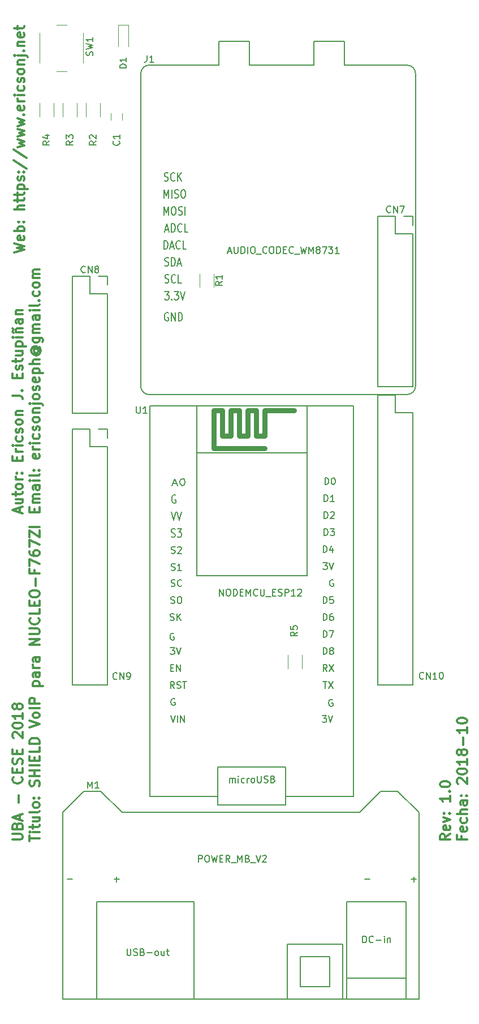
<source format=gbr>
G04 #@! TF.FileFunction,Legend,Top*
%FSLAX46Y46*%
G04 Gerber Fmt 4.6, Leading zero omitted, Abs format (unit mm)*
G04 Created by KiCad (PCBNEW 4.0.7) date Mon Nov 12 23:25:46 2018*
%MOMM*%
%LPD*%
G01*
G04 APERTURE LIST*
%ADD10C,0.100000*%
%ADD11C,0.200000*%
%ADD12C,0.300000*%
%ADD13C,0.150000*%
%ADD14C,0.120000*%
%ADD15C,0.800000*%
G04 APERTURE END LIST*
D10*
D11*
X159109500Y-125504500D02*
X159109500Y-82197500D01*
X164316500Y-125504500D02*
X159109500Y-125504500D01*
X164316500Y-84801000D02*
X164316500Y-125504500D01*
X161713000Y-84801000D02*
X164316500Y-84801000D01*
X161713000Y-82197500D02*
X161713000Y-84801000D01*
X159109500Y-82197500D02*
X161713000Y-82197500D01*
X159109500Y-80927500D02*
X159109500Y-55400500D01*
X164316500Y-80927500D02*
X159109500Y-80927500D01*
X164316500Y-58004000D02*
X164316500Y-80927500D01*
X161713000Y-58004000D02*
X164316500Y-58004000D01*
X161713000Y-55400500D02*
X161713000Y-58004000D01*
X159109500Y-55400500D02*
X161713000Y-55400500D01*
X164316500Y-55400500D02*
X164316500Y-56734000D01*
X162983000Y-55400500D02*
X164316500Y-55400500D01*
X113389500Y-125504500D02*
X113389500Y-87277500D01*
X113453000Y-125504500D02*
X113389500Y-125504500D01*
X118596500Y-125504500D02*
X113453000Y-125504500D01*
X118596500Y-89881000D02*
X118596500Y-125504500D01*
X115993000Y-89881000D02*
X118596500Y-89881000D01*
X115993000Y-87277500D02*
X115993000Y-89881000D01*
X113389500Y-87277500D02*
X115993000Y-87277500D01*
X118596500Y-87277500D02*
X118596500Y-88611000D01*
X117263000Y-87277500D02*
X118596500Y-87277500D01*
X118596500Y-64417500D02*
X118596500Y-65687500D01*
X117263000Y-64417500D02*
X118596500Y-64417500D01*
X113389500Y-84864500D02*
X113389500Y-64417500D01*
X118596500Y-84864500D02*
X113389500Y-84864500D01*
X118596500Y-67021000D02*
X118596500Y-84864500D01*
X115993000Y-67021000D02*
X118596500Y-67021000D01*
X115993000Y-64417500D02*
X115993000Y-67021000D01*
X113389500Y-64417500D02*
X115993000Y-64417500D01*
D12*
X169903571Y-147785714D02*
X169189286Y-148285714D01*
X169903571Y-148642857D02*
X168403571Y-148642857D01*
X168403571Y-148071429D01*
X168475000Y-147928571D01*
X168546429Y-147857143D01*
X168689286Y-147785714D01*
X168903571Y-147785714D01*
X169046429Y-147857143D01*
X169117857Y-147928571D01*
X169189286Y-148071429D01*
X169189286Y-148642857D01*
X169832143Y-146571429D02*
X169903571Y-146714286D01*
X169903571Y-147000000D01*
X169832143Y-147142857D01*
X169689286Y-147214286D01*
X169117857Y-147214286D01*
X168975000Y-147142857D01*
X168903571Y-147000000D01*
X168903571Y-146714286D01*
X168975000Y-146571429D01*
X169117857Y-146500000D01*
X169260714Y-146500000D01*
X169403571Y-147214286D01*
X168903571Y-146000000D02*
X169903571Y-145642857D01*
X168903571Y-145285715D01*
X169760714Y-144714286D02*
X169832143Y-144642858D01*
X169903571Y-144714286D01*
X169832143Y-144785715D01*
X169760714Y-144714286D01*
X169903571Y-144714286D01*
X168975000Y-144714286D02*
X169046429Y-144642858D01*
X169117857Y-144714286D01*
X169046429Y-144785715D01*
X168975000Y-144714286D01*
X169117857Y-144714286D01*
X169903571Y-142071429D02*
X169903571Y-142928572D01*
X169903571Y-142500000D02*
X168403571Y-142500000D01*
X168617857Y-142642857D01*
X168760714Y-142785715D01*
X168832143Y-142928572D01*
X169760714Y-141428572D02*
X169832143Y-141357144D01*
X169903571Y-141428572D01*
X169832143Y-141500001D01*
X169760714Y-141428572D01*
X169903571Y-141428572D01*
X168403571Y-140428572D02*
X168403571Y-140285715D01*
X168475000Y-140142858D01*
X168546429Y-140071429D01*
X168689286Y-140000000D01*
X168975000Y-139928572D01*
X169332143Y-139928572D01*
X169617857Y-140000000D01*
X169760714Y-140071429D01*
X169832143Y-140142858D01*
X169903571Y-140285715D01*
X169903571Y-140428572D01*
X169832143Y-140571429D01*
X169760714Y-140642858D01*
X169617857Y-140714286D01*
X169332143Y-140785715D01*
X168975000Y-140785715D01*
X168689286Y-140714286D01*
X168546429Y-140642858D01*
X168475000Y-140571429D01*
X168403571Y-140428572D01*
X171667857Y-148142857D02*
X171667857Y-148642857D01*
X172453571Y-148642857D02*
X170953571Y-148642857D01*
X170953571Y-147928571D01*
X172382143Y-146785715D02*
X172453571Y-146928572D01*
X172453571Y-147214286D01*
X172382143Y-147357143D01*
X172239286Y-147428572D01*
X171667857Y-147428572D01*
X171525000Y-147357143D01*
X171453571Y-147214286D01*
X171453571Y-146928572D01*
X171525000Y-146785715D01*
X171667857Y-146714286D01*
X171810714Y-146714286D01*
X171953571Y-147428572D01*
X172382143Y-145428572D02*
X172453571Y-145571429D01*
X172453571Y-145857143D01*
X172382143Y-146000001D01*
X172310714Y-146071429D01*
X172167857Y-146142858D01*
X171739286Y-146142858D01*
X171596429Y-146071429D01*
X171525000Y-146000001D01*
X171453571Y-145857143D01*
X171453571Y-145571429D01*
X171525000Y-145428572D01*
X172453571Y-144785715D02*
X170953571Y-144785715D01*
X172453571Y-144142858D02*
X171667857Y-144142858D01*
X171525000Y-144214287D01*
X171453571Y-144357144D01*
X171453571Y-144571429D01*
X171525000Y-144714287D01*
X171596429Y-144785715D01*
X172453571Y-142785715D02*
X171667857Y-142785715D01*
X171525000Y-142857144D01*
X171453571Y-143000001D01*
X171453571Y-143285715D01*
X171525000Y-143428572D01*
X172382143Y-142785715D02*
X172453571Y-142928572D01*
X172453571Y-143285715D01*
X172382143Y-143428572D01*
X172239286Y-143500001D01*
X172096429Y-143500001D01*
X171953571Y-143428572D01*
X171882143Y-143285715D01*
X171882143Y-142928572D01*
X171810714Y-142785715D01*
X172310714Y-142071429D02*
X172382143Y-142000001D01*
X172453571Y-142071429D01*
X172382143Y-142142858D01*
X172310714Y-142071429D01*
X172453571Y-142071429D01*
X171525000Y-142071429D02*
X171596429Y-142000001D01*
X171667857Y-142071429D01*
X171596429Y-142142858D01*
X171525000Y-142071429D01*
X171667857Y-142071429D01*
X171096429Y-140285715D02*
X171025000Y-140214286D01*
X170953571Y-140071429D01*
X170953571Y-139714286D01*
X171025000Y-139571429D01*
X171096429Y-139500000D01*
X171239286Y-139428572D01*
X171382143Y-139428572D01*
X171596429Y-139500000D01*
X172453571Y-140357143D01*
X172453571Y-139428572D01*
X170953571Y-138500001D02*
X170953571Y-138357144D01*
X171025000Y-138214287D01*
X171096429Y-138142858D01*
X171239286Y-138071429D01*
X171525000Y-138000001D01*
X171882143Y-138000001D01*
X172167857Y-138071429D01*
X172310714Y-138142858D01*
X172382143Y-138214287D01*
X172453571Y-138357144D01*
X172453571Y-138500001D01*
X172382143Y-138642858D01*
X172310714Y-138714287D01*
X172167857Y-138785715D01*
X171882143Y-138857144D01*
X171525000Y-138857144D01*
X171239286Y-138785715D01*
X171096429Y-138714287D01*
X171025000Y-138642858D01*
X170953571Y-138500001D01*
X172453571Y-136571430D02*
X172453571Y-137428573D01*
X172453571Y-137000001D02*
X170953571Y-137000001D01*
X171167857Y-137142858D01*
X171310714Y-137285716D01*
X171382143Y-137428573D01*
X171596429Y-135714287D02*
X171525000Y-135857145D01*
X171453571Y-135928573D01*
X171310714Y-136000002D01*
X171239286Y-136000002D01*
X171096429Y-135928573D01*
X171025000Y-135857145D01*
X170953571Y-135714287D01*
X170953571Y-135428573D01*
X171025000Y-135285716D01*
X171096429Y-135214287D01*
X171239286Y-135142859D01*
X171310714Y-135142859D01*
X171453571Y-135214287D01*
X171525000Y-135285716D01*
X171596429Y-135428573D01*
X171596429Y-135714287D01*
X171667857Y-135857145D01*
X171739286Y-135928573D01*
X171882143Y-136000002D01*
X172167857Y-136000002D01*
X172310714Y-135928573D01*
X172382143Y-135857145D01*
X172453571Y-135714287D01*
X172453571Y-135428573D01*
X172382143Y-135285716D01*
X172310714Y-135214287D01*
X172167857Y-135142859D01*
X171882143Y-135142859D01*
X171739286Y-135214287D01*
X171667857Y-135285716D01*
X171596429Y-135428573D01*
X171882143Y-134500002D02*
X171882143Y-133357145D01*
X172453571Y-131857145D02*
X172453571Y-132714288D01*
X172453571Y-132285716D02*
X170953571Y-132285716D01*
X171167857Y-132428573D01*
X171310714Y-132571431D01*
X171382143Y-132714288D01*
X170953571Y-130928574D02*
X170953571Y-130785717D01*
X171025000Y-130642860D01*
X171096429Y-130571431D01*
X171239286Y-130500002D01*
X171525000Y-130428574D01*
X171882143Y-130428574D01*
X172167857Y-130500002D01*
X172310714Y-130571431D01*
X172382143Y-130642860D01*
X172453571Y-130785717D01*
X172453571Y-130928574D01*
X172382143Y-131071431D01*
X172310714Y-131142860D01*
X172167857Y-131214288D01*
X171882143Y-131285717D01*
X171525000Y-131285717D01*
X171239286Y-131214288D01*
X171096429Y-131142860D01*
X171025000Y-131071431D01*
X170953571Y-130928574D01*
X104678571Y-60785714D02*
X106178571Y-60428571D01*
X105107143Y-60142857D01*
X106178571Y-59857143D01*
X104678571Y-59500000D01*
X106107143Y-58357143D02*
X106178571Y-58500000D01*
X106178571Y-58785714D01*
X106107143Y-58928571D01*
X105964286Y-59000000D01*
X105392857Y-59000000D01*
X105250000Y-58928571D01*
X105178571Y-58785714D01*
X105178571Y-58500000D01*
X105250000Y-58357143D01*
X105392857Y-58285714D01*
X105535714Y-58285714D01*
X105678571Y-59000000D01*
X106178571Y-57642857D02*
X104678571Y-57642857D01*
X105250000Y-57642857D02*
X105178571Y-57500000D01*
X105178571Y-57214286D01*
X105250000Y-57071429D01*
X105321429Y-57000000D01*
X105464286Y-56928571D01*
X105892857Y-56928571D01*
X106035714Y-57000000D01*
X106107143Y-57071429D01*
X106178571Y-57214286D01*
X106178571Y-57500000D01*
X106107143Y-57642857D01*
X106035714Y-56285714D02*
X106107143Y-56214286D01*
X106178571Y-56285714D01*
X106107143Y-56357143D01*
X106035714Y-56285714D01*
X106178571Y-56285714D01*
X105250000Y-56285714D02*
X105321429Y-56214286D01*
X105392857Y-56285714D01*
X105321429Y-56357143D01*
X105250000Y-56285714D01*
X105392857Y-56285714D01*
X106178571Y-54428571D02*
X104678571Y-54428571D01*
X106178571Y-53785714D02*
X105392857Y-53785714D01*
X105250000Y-53857143D01*
X105178571Y-54000000D01*
X105178571Y-54214285D01*
X105250000Y-54357143D01*
X105321429Y-54428571D01*
X105178571Y-53285714D02*
X105178571Y-52714285D01*
X104678571Y-53071428D02*
X105964286Y-53071428D01*
X106107143Y-53000000D01*
X106178571Y-52857142D01*
X106178571Y-52714285D01*
X105178571Y-52428571D02*
X105178571Y-51857142D01*
X104678571Y-52214285D02*
X105964286Y-52214285D01*
X106107143Y-52142857D01*
X106178571Y-51999999D01*
X106178571Y-51857142D01*
X105178571Y-51357142D02*
X106678571Y-51357142D01*
X105250000Y-51357142D02*
X105178571Y-51214285D01*
X105178571Y-50928571D01*
X105250000Y-50785714D01*
X105321429Y-50714285D01*
X105464286Y-50642856D01*
X105892857Y-50642856D01*
X106035714Y-50714285D01*
X106107143Y-50785714D01*
X106178571Y-50928571D01*
X106178571Y-51214285D01*
X106107143Y-51357142D01*
X106107143Y-50071428D02*
X106178571Y-49928571D01*
X106178571Y-49642856D01*
X106107143Y-49499999D01*
X105964286Y-49428571D01*
X105892857Y-49428571D01*
X105750000Y-49499999D01*
X105678571Y-49642856D01*
X105678571Y-49857142D01*
X105607143Y-49999999D01*
X105464286Y-50071428D01*
X105392857Y-50071428D01*
X105250000Y-49999999D01*
X105178571Y-49857142D01*
X105178571Y-49642856D01*
X105250000Y-49499999D01*
X106035714Y-48785713D02*
X106107143Y-48714285D01*
X106178571Y-48785713D01*
X106107143Y-48857142D01*
X106035714Y-48785713D01*
X106178571Y-48785713D01*
X105250000Y-48785713D02*
X105321429Y-48714285D01*
X105392857Y-48785713D01*
X105321429Y-48857142D01*
X105250000Y-48785713D01*
X105392857Y-48785713D01*
X104607143Y-46999999D02*
X106535714Y-48285713D01*
X104607143Y-45428570D02*
X106535714Y-46714284D01*
X105178571Y-45071426D02*
X106178571Y-44785712D01*
X105464286Y-44499998D01*
X106178571Y-44214283D01*
X105178571Y-43928569D01*
X105178571Y-43499997D02*
X106178571Y-43214283D01*
X105464286Y-42928569D01*
X106178571Y-42642854D01*
X105178571Y-42357140D01*
X105178571Y-41928568D02*
X106178571Y-41642854D01*
X105464286Y-41357140D01*
X106178571Y-41071425D01*
X105178571Y-40785711D01*
X106035714Y-40214282D02*
X106107143Y-40142854D01*
X106178571Y-40214282D01*
X106107143Y-40285711D01*
X106035714Y-40214282D01*
X106178571Y-40214282D01*
X106107143Y-38928568D02*
X106178571Y-39071425D01*
X106178571Y-39357139D01*
X106107143Y-39499996D01*
X105964286Y-39571425D01*
X105392857Y-39571425D01*
X105250000Y-39499996D01*
X105178571Y-39357139D01*
X105178571Y-39071425D01*
X105250000Y-38928568D01*
X105392857Y-38857139D01*
X105535714Y-38857139D01*
X105678571Y-39571425D01*
X106178571Y-38214282D02*
X105178571Y-38214282D01*
X105464286Y-38214282D02*
X105321429Y-38142854D01*
X105250000Y-38071425D01*
X105178571Y-37928568D01*
X105178571Y-37785711D01*
X106178571Y-37285711D02*
X105178571Y-37285711D01*
X104678571Y-37285711D02*
X104750000Y-37357140D01*
X104821429Y-37285711D01*
X104750000Y-37214283D01*
X104678571Y-37285711D01*
X104821429Y-37285711D01*
X106107143Y-35928568D02*
X106178571Y-36071425D01*
X106178571Y-36357139D01*
X106107143Y-36499997D01*
X106035714Y-36571425D01*
X105892857Y-36642854D01*
X105464286Y-36642854D01*
X105321429Y-36571425D01*
X105250000Y-36499997D01*
X105178571Y-36357139D01*
X105178571Y-36071425D01*
X105250000Y-35928568D01*
X106107143Y-35357140D02*
X106178571Y-35214283D01*
X106178571Y-34928568D01*
X106107143Y-34785711D01*
X105964286Y-34714283D01*
X105892857Y-34714283D01*
X105750000Y-34785711D01*
X105678571Y-34928568D01*
X105678571Y-35142854D01*
X105607143Y-35285711D01*
X105464286Y-35357140D01*
X105392857Y-35357140D01*
X105250000Y-35285711D01*
X105178571Y-35142854D01*
X105178571Y-34928568D01*
X105250000Y-34785711D01*
X106178571Y-33857139D02*
X106107143Y-33999997D01*
X106035714Y-34071425D01*
X105892857Y-34142854D01*
X105464286Y-34142854D01*
X105321429Y-34071425D01*
X105250000Y-33999997D01*
X105178571Y-33857139D01*
X105178571Y-33642854D01*
X105250000Y-33499997D01*
X105321429Y-33428568D01*
X105464286Y-33357139D01*
X105892857Y-33357139D01*
X106035714Y-33428568D01*
X106107143Y-33499997D01*
X106178571Y-33642854D01*
X106178571Y-33857139D01*
X105178571Y-32714282D02*
X106178571Y-32714282D01*
X105321429Y-32714282D02*
X105250000Y-32642854D01*
X105178571Y-32499996D01*
X105178571Y-32285711D01*
X105250000Y-32142854D01*
X105392857Y-32071425D01*
X106178571Y-32071425D01*
X105178571Y-31357139D02*
X106464286Y-31357139D01*
X106607143Y-31428568D01*
X106678571Y-31571425D01*
X106678571Y-31642853D01*
X104678571Y-31357139D02*
X104750000Y-31428568D01*
X104821429Y-31357139D01*
X104750000Y-31285711D01*
X104678571Y-31357139D01*
X104821429Y-31357139D01*
X106035714Y-30642853D02*
X106107143Y-30571425D01*
X106178571Y-30642853D01*
X106107143Y-30714282D01*
X106035714Y-30642853D01*
X106178571Y-30642853D01*
X105178571Y-29928567D02*
X106178571Y-29928567D01*
X105321429Y-29928567D02*
X105250000Y-29857139D01*
X105178571Y-29714281D01*
X105178571Y-29499996D01*
X105250000Y-29357139D01*
X105392857Y-29285710D01*
X106178571Y-29285710D01*
X106107143Y-27999996D02*
X106178571Y-28142853D01*
X106178571Y-28428567D01*
X106107143Y-28571424D01*
X105964286Y-28642853D01*
X105392857Y-28642853D01*
X105250000Y-28571424D01*
X105178571Y-28428567D01*
X105178571Y-28142853D01*
X105250000Y-27999996D01*
X105392857Y-27928567D01*
X105535714Y-27928567D01*
X105678571Y-28642853D01*
X105178571Y-27499996D02*
X105178571Y-26928567D01*
X104678571Y-27285710D02*
X105964286Y-27285710D01*
X106107143Y-27214282D01*
X106178571Y-27071424D01*
X106178571Y-26928567D01*
X105475000Y-99714286D02*
X105475000Y-99000000D01*
X105903571Y-99857143D02*
X104403571Y-99357143D01*
X105903571Y-98857143D01*
X104903571Y-97714286D02*
X105903571Y-97714286D01*
X104903571Y-98357143D02*
X105689286Y-98357143D01*
X105832143Y-98285715D01*
X105903571Y-98142857D01*
X105903571Y-97928572D01*
X105832143Y-97785715D01*
X105760714Y-97714286D01*
X104903571Y-97214286D02*
X104903571Y-96642857D01*
X104403571Y-97000000D02*
X105689286Y-97000000D01*
X105832143Y-96928572D01*
X105903571Y-96785714D01*
X105903571Y-96642857D01*
X105903571Y-95928571D02*
X105832143Y-96071429D01*
X105760714Y-96142857D01*
X105617857Y-96214286D01*
X105189286Y-96214286D01*
X105046429Y-96142857D01*
X104975000Y-96071429D01*
X104903571Y-95928571D01*
X104903571Y-95714286D01*
X104975000Y-95571429D01*
X105046429Y-95500000D01*
X105189286Y-95428571D01*
X105617857Y-95428571D01*
X105760714Y-95500000D01*
X105832143Y-95571429D01*
X105903571Y-95714286D01*
X105903571Y-95928571D01*
X105903571Y-94785714D02*
X104903571Y-94785714D01*
X105189286Y-94785714D02*
X105046429Y-94714286D01*
X104975000Y-94642857D01*
X104903571Y-94500000D01*
X104903571Y-94357143D01*
X105760714Y-93857143D02*
X105832143Y-93785715D01*
X105903571Y-93857143D01*
X105832143Y-93928572D01*
X105760714Y-93857143D01*
X105903571Y-93857143D01*
X104975000Y-93857143D02*
X105046429Y-93785715D01*
X105117857Y-93857143D01*
X105046429Y-93928572D01*
X104975000Y-93857143D01*
X105117857Y-93857143D01*
X105117857Y-92000000D02*
X105117857Y-91500000D01*
X105903571Y-91285714D02*
X105903571Y-92000000D01*
X104403571Y-92000000D01*
X104403571Y-91285714D01*
X105903571Y-90642857D02*
X104903571Y-90642857D01*
X105189286Y-90642857D02*
X105046429Y-90571429D01*
X104975000Y-90500000D01*
X104903571Y-90357143D01*
X104903571Y-90214286D01*
X105903571Y-89714286D02*
X104903571Y-89714286D01*
X104403571Y-89714286D02*
X104475000Y-89785715D01*
X104546429Y-89714286D01*
X104475000Y-89642858D01*
X104403571Y-89714286D01*
X104546429Y-89714286D01*
X105832143Y-88357143D02*
X105903571Y-88500000D01*
X105903571Y-88785714D01*
X105832143Y-88928572D01*
X105760714Y-89000000D01*
X105617857Y-89071429D01*
X105189286Y-89071429D01*
X105046429Y-89000000D01*
X104975000Y-88928572D01*
X104903571Y-88785714D01*
X104903571Y-88500000D01*
X104975000Y-88357143D01*
X105832143Y-87785715D02*
X105903571Y-87642858D01*
X105903571Y-87357143D01*
X105832143Y-87214286D01*
X105689286Y-87142858D01*
X105617857Y-87142858D01*
X105475000Y-87214286D01*
X105403571Y-87357143D01*
X105403571Y-87571429D01*
X105332143Y-87714286D01*
X105189286Y-87785715D01*
X105117857Y-87785715D01*
X104975000Y-87714286D01*
X104903571Y-87571429D01*
X104903571Y-87357143D01*
X104975000Y-87214286D01*
X105903571Y-86285714D02*
X105832143Y-86428572D01*
X105760714Y-86500000D01*
X105617857Y-86571429D01*
X105189286Y-86571429D01*
X105046429Y-86500000D01*
X104975000Y-86428572D01*
X104903571Y-86285714D01*
X104903571Y-86071429D01*
X104975000Y-85928572D01*
X105046429Y-85857143D01*
X105189286Y-85785714D01*
X105617857Y-85785714D01*
X105760714Y-85857143D01*
X105832143Y-85928572D01*
X105903571Y-86071429D01*
X105903571Y-86285714D01*
X104903571Y-85142857D02*
X105903571Y-85142857D01*
X105046429Y-85142857D02*
X104975000Y-85071429D01*
X104903571Y-84928571D01*
X104903571Y-84714286D01*
X104975000Y-84571429D01*
X105117857Y-84500000D01*
X105903571Y-84500000D01*
X104403571Y-82214286D02*
X105475000Y-82214286D01*
X105689286Y-82285714D01*
X105832143Y-82428571D01*
X105903571Y-82642857D01*
X105903571Y-82785714D01*
X105760714Y-81500000D02*
X105832143Y-81428572D01*
X105903571Y-81500000D01*
X105832143Y-81571429D01*
X105760714Y-81500000D01*
X105903571Y-81500000D01*
X105117857Y-79642857D02*
X105117857Y-79142857D01*
X105903571Y-78928571D02*
X105903571Y-79642857D01*
X104403571Y-79642857D01*
X104403571Y-78928571D01*
X105832143Y-78357143D02*
X105903571Y-78214286D01*
X105903571Y-77928571D01*
X105832143Y-77785714D01*
X105689286Y-77714286D01*
X105617857Y-77714286D01*
X105475000Y-77785714D01*
X105403571Y-77928571D01*
X105403571Y-78142857D01*
X105332143Y-78285714D01*
X105189286Y-78357143D01*
X105117857Y-78357143D01*
X104975000Y-78285714D01*
X104903571Y-78142857D01*
X104903571Y-77928571D01*
X104975000Y-77785714D01*
X104903571Y-77285714D02*
X104903571Y-76714285D01*
X104403571Y-77071428D02*
X105689286Y-77071428D01*
X105832143Y-77000000D01*
X105903571Y-76857142D01*
X105903571Y-76714285D01*
X104903571Y-75571428D02*
X105903571Y-75571428D01*
X104903571Y-76214285D02*
X105689286Y-76214285D01*
X105832143Y-76142857D01*
X105903571Y-75999999D01*
X105903571Y-75785714D01*
X105832143Y-75642857D01*
X105760714Y-75571428D01*
X104903571Y-74857142D02*
X106403571Y-74857142D01*
X104975000Y-74857142D02*
X104903571Y-74714285D01*
X104903571Y-74428571D01*
X104975000Y-74285714D01*
X105046429Y-74214285D01*
X105189286Y-74142856D01*
X105617857Y-74142856D01*
X105760714Y-74214285D01*
X105832143Y-74285714D01*
X105903571Y-74428571D01*
X105903571Y-74714285D01*
X105832143Y-74857142D01*
X105903571Y-73499999D02*
X104903571Y-73499999D01*
X104403571Y-73499999D02*
X104475000Y-73571428D01*
X104546429Y-73499999D01*
X104475000Y-73428571D01*
X104403571Y-73499999D01*
X104546429Y-73499999D01*
X104903571Y-72785713D02*
X105903571Y-72785713D01*
X105046429Y-72785713D02*
X104975000Y-72714285D01*
X104903571Y-72571427D01*
X104903571Y-72357142D01*
X104975000Y-72214285D01*
X105117857Y-72142856D01*
X105903571Y-72142856D01*
X104546429Y-72857142D02*
X104475000Y-72785713D01*
X104403571Y-72642856D01*
X104546429Y-72357142D01*
X104475000Y-72214285D01*
X104403571Y-72142856D01*
X105903571Y-70785713D02*
X105117857Y-70785713D01*
X104975000Y-70857142D01*
X104903571Y-70999999D01*
X104903571Y-71285713D01*
X104975000Y-71428570D01*
X105832143Y-70785713D02*
X105903571Y-70928570D01*
X105903571Y-71285713D01*
X105832143Y-71428570D01*
X105689286Y-71499999D01*
X105546429Y-71499999D01*
X105403571Y-71428570D01*
X105332143Y-71285713D01*
X105332143Y-70928570D01*
X105260714Y-70785713D01*
X104903571Y-70071427D02*
X105903571Y-70071427D01*
X105046429Y-70071427D02*
X104975000Y-69999999D01*
X104903571Y-69857141D01*
X104903571Y-69642856D01*
X104975000Y-69499999D01*
X105117857Y-69428570D01*
X105903571Y-69428570D01*
X107667857Y-99642857D02*
X107667857Y-99142857D01*
X108453571Y-98928571D02*
X108453571Y-99642857D01*
X106953571Y-99642857D01*
X106953571Y-98928571D01*
X108453571Y-98285714D02*
X107453571Y-98285714D01*
X107596429Y-98285714D02*
X107525000Y-98214286D01*
X107453571Y-98071428D01*
X107453571Y-97857143D01*
X107525000Y-97714286D01*
X107667857Y-97642857D01*
X108453571Y-97642857D01*
X107667857Y-97642857D02*
X107525000Y-97571428D01*
X107453571Y-97428571D01*
X107453571Y-97214286D01*
X107525000Y-97071428D01*
X107667857Y-97000000D01*
X108453571Y-97000000D01*
X108453571Y-95642857D02*
X107667857Y-95642857D01*
X107525000Y-95714286D01*
X107453571Y-95857143D01*
X107453571Y-96142857D01*
X107525000Y-96285714D01*
X108382143Y-95642857D02*
X108453571Y-95785714D01*
X108453571Y-96142857D01*
X108382143Y-96285714D01*
X108239286Y-96357143D01*
X108096429Y-96357143D01*
X107953571Y-96285714D01*
X107882143Y-96142857D01*
X107882143Y-95785714D01*
X107810714Y-95642857D01*
X108453571Y-94928571D02*
X107453571Y-94928571D01*
X106953571Y-94928571D02*
X107025000Y-95000000D01*
X107096429Y-94928571D01*
X107025000Y-94857143D01*
X106953571Y-94928571D01*
X107096429Y-94928571D01*
X108453571Y-93999999D02*
X108382143Y-94142857D01*
X108239286Y-94214285D01*
X106953571Y-94214285D01*
X108310714Y-93428571D02*
X108382143Y-93357143D01*
X108453571Y-93428571D01*
X108382143Y-93500000D01*
X108310714Y-93428571D01*
X108453571Y-93428571D01*
X107525000Y-93428571D02*
X107596429Y-93357143D01*
X107667857Y-93428571D01*
X107596429Y-93500000D01*
X107525000Y-93428571D01*
X107667857Y-93428571D01*
X108382143Y-91000000D02*
X108453571Y-91142857D01*
X108453571Y-91428571D01*
X108382143Y-91571428D01*
X108239286Y-91642857D01*
X107667857Y-91642857D01*
X107525000Y-91571428D01*
X107453571Y-91428571D01*
X107453571Y-91142857D01*
X107525000Y-91000000D01*
X107667857Y-90928571D01*
X107810714Y-90928571D01*
X107953571Y-91642857D01*
X108453571Y-90285714D02*
X107453571Y-90285714D01*
X107739286Y-90285714D02*
X107596429Y-90214286D01*
X107525000Y-90142857D01*
X107453571Y-90000000D01*
X107453571Y-89857143D01*
X108453571Y-89357143D02*
X107453571Y-89357143D01*
X106953571Y-89357143D02*
X107025000Y-89428572D01*
X107096429Y-89357143D01*
X107025000Y-89285715D01*
X106953571Y-89357143D01*
X107096429Y-89357143D01*
X108382143Y-88000000D02*
X108453571Y-88142857D01*
X108453571Y-88428571D01*
X108382143Y-88571429D01*
X108310714Y-88642857D01*
X108167857Y-88714286D01*
X107739286Y-88714286D01*
X107596429Y-88642857D01*
X107525000Y-88571429D01*
X107453571Y-88428571D01*
X107453571Y-88142857D01*
X107525000Y-88000000D01*
X108382143Y-87428572D02*
X108453571Y-87285715D01*
X108453571Y-87000000D01*
X108382143Y-86857143D01*
X108239286Y-86785715D01*
X108167857Y-86785715D01*
X108025000Y-86857143D01*
X107953571Y-87000000D01*
X107953571Y-87214286D01*
X107882143Y-87357143D01*
X107739286Y-87428572D01*
X107667857Y-87428572D01*
X107525000Y-87357143D01*
X107453571Y-87214286D01*
X107453571Y-87000000D01*
X107525000Y-86857143D01*
X108453571Y-85928571D02*
X108382143Y-86071429D01*
X108310714Y-86142857D01*
X108167857Y-86214286D01*
X107739286Y-86214286D01*
X107596429Y-86142857D01*
X107525000Y-86071429D01*
X107453571Y-85928571D01*
X107453571Y-85714286D01*
X107525000Y-85571429D01*
X107596429Y-85500000D01*
X107739286Y-85428571D01*
X108167857Y-85428571D01*
X108310714Y-85500000D01*
X108382143Y-85571429D01*
X108453571Y-85714286D01*
X108453571Y-85928571D01*
X107453571Y-84785714D02*
X108453571Y-84785714D01*
X107596429Y-84785714D02*
X107525000Y-84714286D01*
X107453571Y-84571428D01*
X107453571Y-84357143D01*
X107525000Y-84214286D01*
X107667857Y-84142857D01*
X108453571Y-84142857D01*
X107453571Y-83428571D02*
X108739286Y-83428571D01*
X108882143Y-83500000D01*
X108953571Y-83642857D01*
X108953571Y-83714285D01*
X106953571Y-83428571D02*
X107025000Y-83500000D01*
X107096429Y-83428571D01*
X107025000Y-83357143D01*
X106953571Y-83428571D01*
X107096429Y-83428571D01*
X108453571Y-82499999D02*
X108382143Y-82642857D01*
X108310714Y-82714285D01*
X108167857Y-82785714D01*
X107739286Y-82785714D01*
X107596429Y-82714285D01*
X107525000Y-82642857D01*
X107453571Y-82499999D01*
X107453571Y-82285714D01*
X107525000Y-82142857D01*
X107596429Y-82071428D01*
X107739286Y-81999999D01*
X108167857Y-81999999D01*
X108310714Y-82071428D01*
X108382143Y-82142857D01*
X108453571Y-82285714D01*
X108453571Y-82499999D01*
X108382143Y-81428571D02*
X108453571Y-81285714D01*
X108453571Y-80999999D01*
X108382143Y-80857142D01*
X108239286Y-80785714D01*
X108167857Y-80785714D01*
X108025000Y-80857142D01*
X107953571Y-80999999D01*
X107953571Y-81214285D01*
X107882143Y-81357142D01*
X107739286Y-81428571D01*
X107667857Y-81428571D01*
X107525000Y-81357142D01*
X107453571Y-81214285D01*
X107453571Y-80999999D01*
X107525000Y-80857142D01*
X108382143Y-79571428D02*
X108453571Y-79714285D01*
X108453571Y-79999999D01*
X108382143Y-80142856D01*
X108239286Y-80214285D01*
X107667857Y-80214285D01*
X107525000Y-80142856D01*
X107453571Y-79999999D01*
X107453571Y-79714285D01*
X107525000Y-79571428D01*
X107667857Y-79499999D01*
X107810714Y-79499999D01*
X107953571Y-80214285D01*
X107453571Y-78857142D02*
X108953571Y-78857142D01*
X107525000Y-78857142D02*
X107453571Y-78714285D01*
X107453571Y-78428571D01*
X107525000Y-78285714D01*
X107596429Y-78214285D01*
X107739286Y-78142856D01*
X108167857Y-78142856D01*
X108310714Y-78214285D01*
X108382143Y-78285714D01*
X108453571Y-78428571D01*
X108453571Y-78714285D01*
X108382143Y-78857142D01*
X108453571Y-77499999D02*
X106953571Y-77499999D01*
X108453571Y-76857142D02*
X107667857Y-76857142D01*
X107525000Y-76928571D01*
X107453571Y-77071428D01*
X107453571Y-77285713D01*
X107525000Y-77428571D01*
X107596429Y-77499999D01*
X107739286Y-75214285D02*
X107667857Y-75285713D01*
X107596429Y-75428570D01*
X107596429Y-75571428D01*
X107667857Y-75714285D01*
X107739286Y-75785713D01*
X107882143Y-75857142D01*
X108025000Y-75857142D01*
X108167857Y-75785713D01*
X108239286Y-75714285D01*
X108310714Y-75571428D01*
X108310714Y-75428570D01*
X108239286Y-75285713D01*
X108167857Y-75214285D01*
X107596429Y-75214285D02*
X108167857Y-75214285D01*
X108239286Y-75142856D01*
X108239286Y-75071428D01*
X108167857Y-74928570D01*
X108025000Y-74857142D01*
X107667857Y-74857142D01*
X107453571Y-74999999D01*
X107310714Y-75214285D01*
X107239286Y-75499999D01*
X107310714Y-75785713D01*
X107453571Y-75999999D01*
X107667857Y-76142856D01*
X107953571Y-76214285D01*
X108239286Y-76142856D01*
X108453571Y-75999999D01*
X108596429Y-75785713D01*
X108667857Y-75499999D01*
X108596429Y-75214285D01*
X108453571Y-74999999D01*
X107453571Y-73571428D02*
X108667857Y-73571428D01*
X108810714Y-73642857D01*
X108882143Y-73714285D01*
X108953571Y-73857142D01*
X108953571Y-74071428D01*
X108882143Y-74214285D01*
X108382143Y-73571428D02*
X108453571Y-73714285D01*
X108453571Y-73999999D01*
X108382143Y-74142857D01*
X108310714Y-74214285D01*
X108167857Y-74285714D01*
X107739286Y-74285714D01*
X107596429Y-74214285D01*
X107525000Y-74142857D01*
X107453571Y-73999999D01*
X107453571Y-73714285D01*
X107525000Y-73571428D01*
X108453571Y-72857142D02*
X107453571Y-72857142D01*
X107596429Y-72857142D02*
X107525000Y-72785714D01*
X107453571Y-72642856D01*
X107453571Y-72428571D01*
X107525000Y-72285714D01*
X107667857Y-72214285D01*
X108453571Y-72214285D01*
X107667857Y-72214285D02*
X107525000Y-72142856D01*
X107453571Y-71999999D01*
X107453571Y-71785714D01*
X107525000Y-71642856D01*
X107667857Y-71571428D01*
X108453571Y-71571428D01*
X108453571Y-70214285D02*
X107667857Y-70214285D01*
X107525000Y-70285714D01*
X107453571Y-70428571D01*
X107453571Y-70714285D01*
X107525000Y-70857142D01*
X108382143Y-70214285D02*
X108453571Y-70357142D01*
X108453571Y-70714285D01*
X108382143Y-70857142D01*
X108239286Y-70928571D01*
X108096429Y-70928571D01*
X107953571Y-70857142D01*
X107882143Y-70714285D01*
X107882143Y-70357142D01*
X107810714Y-70214285D01*
X108453571Y-69499999D02*
X107453571Y-69499999D01*
X106953571Y-69499999D02*
X107025000Y-69571428D01*
X107096429Y-69499999D01*
X107025000Y-69428571D01*
X106953571Y-69499999D01*
X107096429Y-69499999D01*
X108453571Y-68571427D02*
X108382143Y-68714285D01*
X108239286Y-68785713D01*
X106953571Y-68785713D01*
X108310714Y-67999999D02*
X108382143Y-67928571D01*
X108453571Y-67999999D01*
X108382143Y-68071428D01*
X108310714Y-67999999D01*
X108453571Y-67999999D01*
X108382143Y-66642856D02*
X108453571Y-66785713D01*
X108453571Y-67071427D01*
X108382143Y-67214285D01*
X108310714Y-67285713D01*
X108167857Y-67357142D01*
X107739286Y-67357142D01*
X107596429Y-67285713D01*
X107525000Y-67214285D01*
X107453571Y-67071427D01*
X107453571Y-66785713D01*
X107525000Y-66642856D01*
X108453571Y-65785713D02*
X108382143Y-65928571D01*
X108310714Y-65999999D01*
X108167857Y-66071428D01*
X107739286Y-66071428D01*
X107596429Y-65999999D01*
X107525000Y-65928571D01*
X107453571Y-65785713D01*
X107453571Y-65571428D01*
X107525000Y-65428571D01*
X107596429Y-65357142D01*
X107739286Y-65285713D01*
X108167857Y-65285713D01*
X108310714Y-65357142D01*
X108382143Y-65428571D01*
X108453571Y-65571428D01*
X108453571Y-65785713D01*
X108453571Y-64642856D02*
X107453571Y-64642856D01*
X107596429Y-64642856D02*
X107525000Y-64571428D01*
X107453571Y-64428570D01*
X107453571Y-64214285D01*
X107525000Y-64071428D01*
X107667857Y-63999999D01*
X108453571Y-63999999D01*
X107667857Y-63999999D02*
X107525000Y-63928570D01*
X107453571Y-63785713D01*
X107453571Y-63571428D01*
X107525000Y-63428570D01*
X107667857Y-63357142D01*
X108453571Y-63357142D01*
X104403571Y-148642857D02*
X105617857Y-148642857D01*
X105760714Y-148571429D01*
X105832143Y-148500000D01*
X105903571Y-148357143D01*
X105903571Y-148071429D01*
X105832143Y-147928571D01*
X105760714Y-147857143D01*
X105617857Y-147785714D01*
X104403571Y-147785714D01*
X105117857Y-146571428D02*
X105189286Y-146357142D01*
X105260714Y-146285714D01*
X105403571Y-146214285D01*
X105617857Y-146214285D01*
X105760714Y-146285714D01*
X105832143Y-146357142D01*
X105903571Y-146500000D01*
X105903571Y-147071428D01*
X104403571Y-147071428D01*
X104403571Y-146571428D01*
X104475000Y-146428571D01*
X104546429Y-146357142D01*
X104689286Y-146285714D01*
X104832143Y-146285714D01*
X104975000Y-146357142D01*
X105046429Y-146428571D01*
X105117857Y-146571428D01*
X105117857Y-147071428D01*
X105475000Y-145642857D02*
X105475000Y-144928571D01*
X105903571Y-145785714D02*
X104403571Y-145285714D01*
X105903571Y-144785714D01*
X105332143Y-143142857D02*
X105332143Y-142000000D01*
X105760714Y-139285714D02*
X105832143Y-139357143D01*
X105903571Y-139571429D01*
X105903571Y-139714286D01*
X105832143Y-139928571D01*
X105689286Y-140071429D01*
X105546429Y-140142857D01*
X105260714Y-140214286D01*
X105046429Y-140214286D01*
X104760714Y-140142857D01*
X104617857Y-140071429D01*
X104475000Y-139928571D01*
X104403571Y-139714286D01*
X104403571Y-139571429D01*
X104475000Y-139357143D01*
X104546429Y-139285714D01*
X105117857Y-138642857D02*
X105117857Y-138142857D01*
X105903571Y-137928571D02*
X105903571Y-138642857D01*
X104403571Y-138642857D01*
X104403571Y-137928571D01*
X105832143Y-137357143D02*
X105903571Y-137142857D01*
X105903571Y-136785714D01*
X105832143Y-136642857D01*
X105760714Y-136571428D01*
X105617857Y-136500000D01*
X105475000Y-136500000D01*
X105332143Y-136571428D01*
X105260714Y-136642857D01*
X105189286Y-136785714D01*
X105117857Y-137071428D01*
X105046429Y-137214286D01*
X104975000Y-137285714D01*
X104832143Y-137357143D01*
X104689286Y-137357143D01*
X104546429Y-137285714D01*
X104475000Y-137214286D01*
X104403571Y-137071428D01*
X104403571Y-136714286D01*
X104475000Y-136500000D01*
X105117857Y-135857143D02*
X105117857Y-135357143D01*
X105903571Y-135142857D02*
X105903571Y-135857143D01*
X104403571Y-135857143D01*
X104403571Y-135142857D01*
X104546429Y-133428572D02*
X104475000Y-133357143D01*
X104403571Y-133214286D01*
X104403571Y-132857143D01*
X104475000Y-132714286D01*
X104546429Y-132642857D01*
X104689286Y-132571429D01*
X104832143Y-132571429D01*
X105046429Y-132642857D01*
X105903571Y-133500000D01*
X105903571Y-132571429D01*
X104403571Y-131642858D02*
X104403571Y-131500001D01*
X104475000Y-131357144D01*
X104546429Y-131285715D01*
X104689286Y-131214286D01*
X104975000Y-131142858D01*
X105332143Y-131142858D01*
X105617857Y-131214286D01*
X105760714Y-131285715D01*
X105832143Y-131357144D01*
X105903571Y-131500001D01*
X105903571Y-131642858D01*
X105832143Y-131785715D01*
X105760714Y-131857144D01*
X105617857Y-131928572D01*
X105332143Y-132000001D01*
X104975000Y-132000001D01*
X104689286Y-131928572D01*
X104546429Y-131857144D01*
X104475000Y-131785715D01*
X104403571Y-131642858D01*
X105903571Y-129714287D02*
X105903571Y-130571430D01*
X105903571Y-130142858D02*
X104403571Y-130142858D01*
X104617857Y-130285715D01*
X104760714Y-130428573D01*
X104832143Y-130571430D01*
X105046429Y-128857144D02*
X104975000Y-129000002D01*
X104903571Y-129071430D01*
X104760714Y-129142859D01*
X104689286Y-129142859D01*
X104546429Y-129071430D01*
X104475000Y-129000002D01*
X104403571Y-128857144D01*
X104403571Y-128571430D01*
X104475000Y-128428573D01*
X104546429Y-128357144D01*
X104689286Y-128285716D01*
X104760714Y-128285716D01*
X104903571Y-128357144D01*
X104975000Y-128428573D01*
X105046429Y-128571430D01*
X105046429Y-128857144D01*
X105117857Y-129000002D01*
X105189286Y-129071430D01*
X105332143Y-129142859D01*
X105617857Y-129142859D01*
X105760714Y-129071430D01*
X105832143Y-129000002D01*
X105903571Y-128857144D01*
X105903571Y-128571430D01*
X105832143Y-128428573D01*
X105760714Y-128357144D01*
X105617857Y-128285716D01*
X105332143Y-128285716D01*
X105189286Y-128357144D01*
X105117857Y-128428573D01*
X105046429Y-128571430D01*
X106953571Y-148857143D02*
X106953571Y-148000000D01*
X108453571Y-148428571D02*
X106953571Y-148428571D01*
X108453571Y-147500000D02*
X107453571Y-147500000D01*
X106953571Y-147500000D02*
X107025000Y-147571429D01*
X107096429Y-147500000D01*
X107025000Y-147428572D01*
X106953571Y-147500000D01*
X107096429Y-147500000D01*
X107453571Y-147000000D02*
X107453571Y-146428571D01*
X106953571Y-146785714D02*
X108239286Y-146785714D01*
X108382143Y-146714286D01*
X108453571Y-146571428D01*
X108453571Y-146428571D01*
X107453571Y-145285714D02*
X108453571Y-145285714D01*
X107453571Y-145928571D02*
X108239286Y-145928571D01*
X108382143Y-145857143D01*
X108453571Y-145714285D01*
X108453571Y-145500000D01*
X108382143Y-145357143D01*
X108310714Y-145285714D01*
X108453571Y-144357142D02*
X108382143Y-144500000D01*
X108239286Y-144571428D01*
X106953571Y-144571428D01*
X108453571Y-143571428D02*
X108382143Y-143714286D01*
X108310714Y-143785714D01*
X108167857Y-143857143D01*
X107739286Y-143857143D01*
X107596429Y-143785714D01*
X107525000Y-143714286D01*
X107453571Y-143571428D01*
X107453571Y-143357143D01*
X107525000Y-143214286D01*
X107596429Y-143142857D01*
X107739286Y-143071428D01*
X108167857Y-143071428D01*
X108310714Y-143142857D01*
X108382143Y-143214286D01*
X108453571Y-143357143D01*
X108453571Y-143571428D01*
X108310714Y-142428571D02*
X108382143Y-142357143D01*
X108453571Y-142428571D01*
X108382143Y-142500000D01*
X108310714Y-142428571D01*
X108453571Y-142428571D01*
X107525000Y-142428571D02*
X107596429Y-142357143D01*
X107667857Y-142428571D01*
X107596429Y-142500000D01*
X107525000Y-142428571D01*
X107667857Y-142428571D01*
X108382143Y-140642857D02*
X108453571Y-140428571D01*
X108453571Y-140071428D01*
X108382143Y-139928571D01*
X108310714Y-139857142D01*
X108167857Y-139785714D01*
X108025000Y-139785714D01*
X107882143Y-139857142D01*
X107810714Y-139928571D01*
X107739286Y-140071428D01*
X107667857Y-140357142D01*
X107596429Y-140500000D01*
X107525000Y-140571428D01*
X107382143Y-140642857D01*
X107239286Y-140642857D01*
X107096429Y-140571428D01*
X107025000Y-140500000D01*
X106953571Y-140357142D01*
X106953571Y-140000000D01*
X107025000Y-139785714D01*
X108453571Y-139142857D02*
X106953571Y-139142857D01*
X107667857Y-139142857D02*
X107667857Y-138285714D01*
X108453571Y-138285714D02*
X106953571Y-138285714D01*
X108453571Y-137571428D02*
X106953571Y-137571428D01*
X107667857Y-136857142D02*
X107667857Y-136357142D01*
X108453571Y-136142856D02*
X108453571Y-136857142D01*
X106953571Y-136857142D01*
X106953571Y-136142856D01*
X108453571Y-134785713D02*
X108453571Y-135499999D01*
X106953571Y-135499999D01*
X108453571Y-134285713D02*
X106953571Y-134285713D01*
X106953571Y-133928570D01*
X107025000Y-133714285D01*
X107167857Y-133571427D01*
X107310714Y-133499999D01*
X107596429Y-133428570D01*
X107810714Y-133428570D01*
X108096429Y-133499999D01*
X108239286Y-133571427D01*
X108382143Y-133714285D01*
X108453571Y-133928570D01*
X108453571Y-134285713D01*
X106953571Y-131857142D02*
X108453571Y-131357142D01*
X106953571Y-130857142D01*
X108453571Y-130142856D02*
X108382143Y-130285714D01*
X108310714Y-130357142D01*
X108167857Y-130428571D01*
X107739286Y-130428571D01*
X107596429Y-130357142D01*
X107525000Y-130285714D01*
X107453571Y-130142856D01*
X107453571Y-129928571D01*
X107525000Y-129785714D01*
X107596429Y-129714285D01*
X107739286Y-129642856D01*
X108167857Y-129642856D01*
X108310714Y-129714285D01*
X108382143Y-129785714D01*
X108453571Y-129928571D01*
X108453571Y-130142856D01*
X108453571Y-128999999D02*
X106953571Y-128999999D01*
X108453571Y-128285713D02*
X106953571Y-128285713D01*
X106953571Y-127714285D01*
X107025000Y-127571427D01*
X107096429Y-127499999D01*
X107239286Y-127428570D01*
X107453571Y-127428570D01*
X107596429Y-127499999D01*
X107667857Y-127571427D01*
X107739286Y-127714285D01*
X107739286Y-128285713D01*
X107453571Y-125642856D02*
X108953571Y-125642856D01*
X107525000Y-125642856D02*
X107453571Y-125499999D01*
X107453571Y-125214285D01*
X107525000Y-125071428D01*
X107596429Y-124999999D01*
X107739286Y-124928570D01*
X108167857Y-124928570D01*
X108310714Y-124999999D01*
X108382143Y-125071428D01*
X108453571Y-125214285D01*
X108453571Y-125499999D01*
X108382143Y-125642856D01*
X108453571Y-123642856D02*
X107667857Y-123642856D01*
X107525000Y-123714285D01*
X107453571Y-123857142D01*
X107453571Y-124142856D01*
X107525000Y-124285713D01*
X108382143Y-123642856D02*
X108453571Y-123785713D01*
X108453571Y-124142856D01*
X108382143Y-124285713D01*
X108239286Y-124357142D01*
X108096429Y-124357142D01*
X107953571Y-124285713D01*
X107882143Y-124142856D01*
X107882143Y-123785713D01*
X107810714Y-123642856D01*
X108453571Y-122928570D02*
X107453571Y-122928570D01*
X107739286Y-122928570D02*
X107596429Y-122857142D01*
X107525000Y-122785713D01*
X107453571Y-122642856D01*
X107453571Y-122499999D01*
X108453571Y-121357142D02*
X107667857Y-121357142D01*
X107525000Y-121428571D01*
X107453571Y-121571428D01*
X107453571Y-121857142D01*
X107525000Y-121999999D01*
X108382143Y-121357142D02*
X108453571Y-121499999D01*
X108453571Y-121857142D01*
X108382143Y-121999999D01*
X108239286Y-122071428D01*
X108096429Y-122071428D01*
X107953571Y-121999999D01*
X107882143Y-121857142D01*
X107882143Y-121499999D01*
X107810714Y-121357142D01*
X108453571Y-119499999D02*
X106953571Y-119499999D01*
X108453571Y-118642856D01*
X106953571Y-118642856D01*
X106953571Y-117928570D02*
X108167857Y-117928570D01*
X108310714Y-117857142D01*
X108382143Y-117785713D01*
X108453571Y-117642856D01*
X108453571Y-117357142D01*
X108382143Y-117214284D01*
X108310714Y-117142856D01*
X108167857Y-117071427D01*
X106953571Y-117071427D01*
X108310714Y-115499998D02*
X108382143Y-115571427D01*
X108453571Y-115785713D01*
X108453571Y-115928570D01*
X108382143Y-116142855D01*
X108239286Y-116285713D01*
X108096429Y-116357141D01*
X107810714Y-116428570D01*
X107596429Y-116428570D01*
X107310714Y-116357141D01*
X107167857Y-116285713D01*
X107025000Y-116142855D01*
X106953571Y-115928570D01*
X106953571Y-115785713D01*
X107025000Y-115571427D01*
X107096429Y-115499998D01*
X108453571Y-114142855D02*
X108453571Y-114857141D01*
X106953571Y-114857141D01*
X107667857Y-113642855D02*
X107667857Y-113142855D01*
X108453571Y-112928569D02*
X108453571Y-113642855D01*
X106953571Y-113642855D01*
X106953571Y-112928569D01*
X106953571Y-111999998D02*
X106953571Y-111714284D01*
X107025000Y-111571426D01*
X107167857Y-111428569D01*
X107453571Y-111357141D01*
X107953571Y-111357141D01*
X108239286Y-111428569D01*
X108382143Y-111571426D01*
X108453571Y-111714284D01*
X108453571Y-111999998D01*
X108382143Y-112142855D01*
X108239286Y-112285712D01*
X107953571Y-112357141D01*
X107453571Y-112357141D01*
X107167857Y-112285712D01*
X107025000Y-112142855D01*
X106953571Y-111999998D01*
X107882143Y-110714283D02*
X107882143Y-109571426D01*
X107667857Y-108357140D02*
X107667857Y-108857140D01*
X108453571Y-108857140D02*
X106953571Y-108857140D01*
X106953571Y-108142854D01*
X106953571Y-107714283D02*
X106953571Y-106714283D01*
X108453571Y-107357140D01*
X106953571Y-105499998D02*
X106953571Y-105785712D01*
X107025000Y-105928569D01*
X107096429Y-105999998D01*
X107310714Y-106142855D01*
X107596429Y-106214284D01*
X108167857Y-106214284D01*
X108310714Y-106142855D01*
X108382143Y-106071427D01*
X108453571Y-105928569D01*
X108453571Y-105642855D01*
X108382143Y-105499998D01*
X108310714Y-105428569D01*
X108167857Y-105357141D01*
X107810714Y-105357141D01*
X107667857Y-105428569D01*
X107596429Y-105499998D01*
X107525000Y-105642855D01*
X107525000Y-105928569D01*
X107596429Y-106071427D01*
X107667857Y-106142855D01*
X107810714Y-106214284D01*
X106953571Y-104857141D02*
X106953571Y-103857141D01*
X108453571Y-104499998D01*
X106953571Y-103428570D02*
X106953571Y-102428570D01*
X108453571Y-103428570D01*
X108453571Y-102428570D01*
X108453571Y-101857142D02*
X106953571Y-101857142D01*
D13*
X123609000Y-69884000D02*
X123609000Y-34070000D01*
X135293000Y-32800000D02*
X124879000Y-32800000D01*
X123609000Y-80806000D02*
X123609000Y-69884000D01*
X124879000Y-82076000D02*
X163487000Y-82076000D01*
X164757000Y-34070000D02*
X164757000Y-80806000D01*
X124879000Y-32800000D02*
G75*
G03X123609000Y-34070000I0J-1270000D01*
G01*
X123609000Y-80806000D02*
G75*
G03X124879000Y-82076000I1270000J0D01*
G01*
X163487000Y-82076000D02*
G75*
G03X164757000Y-80806000I0J1270000D01*
G01*
X154089000Y-32800000D02*
X163487000Y-32800000D01*
X164757000Y-34070000D02*
G75*
G03X163487000Y-32800000I-1270000J0D01*
G01*
X139865000Y-32800000D02*
X149517000Y-32800000D01*
X154089000Y-29244000D02*
X154089000Y-32800000D01*
X149517000Y-29244000D02*
X149517000Y-32800000D01*
X139865000Y-29244000D02*
X139865000Y-32800000D01*
X135293000Y-32800000D02*
X135293000Y-29244000D01*
X135293000Y-29244000D02*
X139865000Y-29244000D01*
X149517000Y-29244000D02*
X154089000Y-29244000D01*
D14*
X119150000Y-40000000D02*
X119150000Y-41000000D01*
X120850000Y-41000000D02*
X120850000Y-40000000D01*
X120250000Y-30000000D02*
X120250000Y-26800000D01*
X121750000Y-26800000D02*
X121750000Y-30000000D01*
X121750000Y-26800000D02*
X120250000Y-26800000D01*
X115430000Y-40500000D02*
X115430000Y-38500000D01*
X117570000Y-38500000D02*
X117570000Y-40500000D01*
X111930000Y-40500000D02*
X111930000Y-38500000D01*
X114070000Y-38500000D02*
X114070000Y-40500000D01*
X110570000Y-38500000D02*
X110570000Y-40500000D01*
X108430000Y-40500000D02*
X108430000Y-38500000D01*
X115000000Y-32500000D02*
X115000000Y-28000000D01*
X111000000Y-33750000D02*
X112500000Y-33750000D01*
X108500000Y-28000000D02*
X108500000Y-32500000D01*
X112500000Y-26750000D02*
X111000000Y-26750000D01*
X132430000Y-66000000D02*
X132430000Y-64000000D01*
X134570000Y-64000000D02*
X134570000Y-66000000D01*
D13*
X117005000Y-172500000D02*
X117005000Y-157895000D01*
X117005000Y-157895000D02*
X131610000Y-157895000D01*
X131610000Y-157895000D02*
X131610000Y-172500000D01*
X147485000Y-166150000D02*
X147485000Y-170595000D01*
X147485000Y-170595000D02*
X151930000Y-170595000D01*
X151930000Y-170595000D02*
X151930000Y-166150000D01*
X151930000Y-166150000D02*
X147485000Y-166150000D01*
X153835000Y-172500000D02*
X153835000Y-164245000D01*
X153835000Y-164245000D02*
X145580000Y-164245000D01*
X145580000Y-164245000D02*
X145580000Y-172500000D01*
X163360000Y-169325000D02*
X154470000Y-169325000D01*
X154470000Y-172500000D02*
X154470000Y-157895000D01*
X154470000Y-157895000D02*
X163360000Y-157895000D01*
X163360000Y-157895000D02*
X163360000Y-169960000D01*
X163360000Y-172500000D02*
X163360000Y-169960000D01*
X164630000Y-172500000D02*
X165265000Y-172500000D01*
X155740000Y-144560000D02*
X156375000Y-144560000D01*
X165265000Y-154720000D02*
X165265000Y-172500000D01*
X163360000Y-172500000D02*
X164630000Y-172500000D01*
X115100000Y-172500000D02*
X163360000Y-172500000D01*
X111925000Y-154720000D02*
X111925000Y-172500000D01*
X111925000Y-172500000D02*
X112560000Y-172500000D01*
X112560000Y-172500000D02*
X115100000Y-172500000D01*
X165265000Y-144560000D02*
X165265000Y-154720000D01*
X165265000Y-144560000D02*
X162090000Y-141385000D01*
X159550000Y-141385000D02*
X162090000Y-141385000D01*
X159550000Y-141385000D02*
X156375000Y-144560000D01*
X111925000Y-144560000D02*
X111925000Y-154720000D01*
X111925000Y-144560000D02*
X115100000Y-141385000D01*
X117640000Y-141385000D02*
X115100000Y-141385000D01*
X117640000Y-141385000D02*
X120815000Y-144560000D01*
X120815000Y-144560000D02*
X155740000Y-144560000D01*
X145330000Y-142205000D02*
X145330000Y-143475000D01*
X135170000Y-142205000D02*
X135170000Y-143475000D01*
X135170000Y-143475000D02*
X145330000Y-143475000D01*
X145330000Y-142205000D02*
X155490000Y-142205000D01*
X130090000Y-142205000D02*
X135170000Y-142205000D01*
X145330000Y-137760000D02*
X135170000Y-137760000D01*
X135170000Y-137760000D02*
X135170000Y-139665000D01*
X145330000Y-137760000D02*
X145330000Y-139665000D01*
X135170000Y-142205000D02*
X135170000Y-139665000D01*
X145330000Y-142205000D02*
X145330000Y-139665000D01*
X148505000Y-109185000D02*
X148505000Y-83785000D01*
X131995000Y-83785000D02*
X131995000Y-109185000D01*
D15*
X142155000Y-84420000D02*
X146600000Y-84420000D01*
X134535000Y-90135000D02*
X142155000Y-90135000D01*
X134535000Y-85055000D02*
X134535000Y-84420000D01*
X134535000Y-84420000D02*
X135805000Y-84420000D01*
X135805000Y-84420000D02*
X135805000Y-88230000D01*
X135805000Y-88230000D02*
X137075000Y-88230000D01*
X137075000Y-88230000D02*
X137075000Y-84420000D01*
X137075000Y-84420000D02*
X138345000Y-84420000D01*
X138345000Y-84420000D02*
X138345000Y-88230000D01*
X138345000Y-88230000D02*
X139615000Y-88230000D01*
X139615000Y-88230000D02*
X139615000Y-84420000D01*
X139615000Y-84420000D02*
X140885000Y-84420000D01*
X140885000Y-84420000D02*
X140885000Y-88230000D01*
X140885000Y-88230000D02*
X142155000Y-88230000D01*
X142155000Y-88230000D02*
X142155000Y-84420000D01*
X134535000Y-90135000D02*
X134535000Y-85055000D01*
D13*
X134535000Y-85055000D02*
X134535000Y-84420000D01*
X131995000Y-90770000D02*
X148505000Y-90770000D01*
X131995000Y-109185000D02*
X148505000Y-109185000D01*
X130090000Y-142205000D02*
X125010000Y-142205000D01*
X125010000Y-142205000D02*
X125010000Y-132045000D01*
X155490000Y-132045000D02*
X155490000Y-142205000D01*
X125010000Y-96485000D02*
X125010000Y-83785000D01*
X125010000Y-83785000D02*
X130090000Y-83785000D01*
X155490000Y-93945000D02*
X155490000Y-83785000D01*
X125010000Y-96485000D02*
X125010000Y-132045000D01*
X155490000Y-132045000D02*
X155490000Y-93945000D01*
X155490000Y-83785000D02*
X130090000Y-83785000D01*
D14*
X145657000Y-123012000D02*
X145657000Y-121012000D01*
X147797000Y-121012000D02*
X147797000Y-123012000D01*
D13*
X124545667Y-31363381D02*
X124545667Y-32077667D01*
X124498047Y-32220524D01*
X124402809Y-32315762D01*
X124259952Y-32363381D01*
X124164714Y-32363381D01*
X125545667Y-32363381D02*
X124974238Y-32363381D01*
X125259952Y-32363381D02*
X125259952Y-31363381D01*
X125164714Y-31506238D01*
X125069476Y-31601476D01*
X124974238Y-31649095D01*
X127738096Y-69865000D02*
X127642858Y-69804524D01*
X127500001Y-69804524D01*
X127357143Y-69865000D01*
X127261905Y-69985952D01*
X127214286Y-70106905D01*
X127166667Y-70348810D01*
X127166667Y-70530238D01*
X127214286Y-70772143D01*
X127261905Y-70893095D01*
X127357143Y-71014048D01*
X127500001Y-71074524D01*
X127595239Y-71074524D01*
X127738096Y-71014048D01*
X127785715Y-70953571D01*
X127785715Y-70530238D01*
X127595239Y-70530238D01*
X128214286Y-71074524D02*
X128214286Y-69804524D01*
X128785715Y-71074524D01*
X128785715Y-69804524D01*
X129261905Y-71074524D02*
X129261905Y-69804524D01*
X129500000Y-69804524D01*
X129642858Y-69865000D01*
X129738096Y-69985952D01*
X129785715Y-70106905D01*
X129833334Y-70348810D01*
X129833334Y-70530238D01*
X129785715Y-70772143D01*
X129738096Y-70893095D01*
X129642858Y-71014048D01*
X129500000Y-71074524D01*
X129261905Y-71074524D01*
X127212810Y-66648524D02*
X127831858Y-66648524D01*
X127498524Y-67132333D01*
X127641382Y-67132333D01*
X127736620Y-67192810D01*
X127784239Y-67253286D01*
X127831858Y-67374238D01*
X127831858Y-67676619D01*
X127784239Y-67797571D01*
X127736620Y-67858048D01*
X127641382Y-67918524D01*
X127355667Y-67918524D01*
X127260429Y-67858048D01*
X127212810Y-67797571D01*
X128260429Y-67797571D02*
X128308048Y-67858048D01*
X128260429Y-67918524D01*
X128212810Y-67858048D01*
X128260429Y-67797571D01*
X128260429Y-67918524D01*
X128641381Y-66648524D02*
X129260429Y-66648524D01*
X128927095Y-67132333D01*
X129069953Y-67132333D01*
X129165191Y-67192810D01*
X129212810Y-67253286D01*
X129260429Y-67374238D01*
X129260429Y-67676619D01*
X129212810Y-67797571D01*
X129165191Y-67858048D01*
X129069953Y-67918524D01*
X128784238Y-67918524D01*
X128689000Y-67858048D01*
X128641381Y-67797571D01*
X129546143Y-66648524D02*
X129879476Y-67918524D01*
X130212810Y-66648524D01*
X127244524Y-65318048D02*
X127387381Y-65378524D01*
X127625477Y-65378524D01*
X127720715Y-65318048D01*
X127768334Y-65257571D01*
X127815953Y-65136619D01*
X127815953Y-65015667D01*
X127768334Y-64894714D01*
X127720715Y-64834238D01*
X127625477Y-64773762D01*
X127435000Y-64713286D01*
X127339762Y-64652810D01*
X127292143Y-64592333D01*
X127244524Y-64471381D01*
X127244524Y-64350429D01*
X127292143Y-64229476D01*
X127339762Y-64169000D01*
X127435000Y-64108524D01*
X127673096Y-64108524D01*
X127815953Y-64169000D01*
X128815953Y-65257571D02*
X128768334Y-65318048D01*
X128625477Y-65378524D01*
X128530239Y-65378524D01*
X128387381Y-65318048D01*
X128292143Y-65197095D01*
X128244524Y-65076143D01*
X128196905Y-64834238D01*
X128196905Y-64652810D01*
X128244524Y-64410905D01*
X128292143Y-64289952D01*
X128387381Y-64169000D01*
X128530239Y-64108524D01*
X128625477Y-64108524D01*
X128768334Y-64169000D01*
X128815953Y-64229476D01*
X129720715Y-65378524D02*
X129244524Y-65378524D01*
X129244524Y-64108524D01*
X127220714Y-62778048D02*
X127363571Y-62838524D01*
X127601667Y-62838524D01*
X127696905Y-62778048D01*
X127744524Y-62717571D01*
X127792143Y-62596619D01*
X127792143Y-62475667D01*
X127744524Y-62354714D01*
X127696905Y-62294238D01*
X127601667Y-62233762D01*
X127411190Y-62173286D01*
X127315952Y-62112810D01*
X127268333Y-62052333D01*
X127220714Y-61931381D01*
X127220714Y-61810429D01*
X127268333Y-61689476D01*
X127315952Y-61629000D01*
X127411190Y-61568524D01*
X127649286Y-61568524D01*
X127792143Y-61629000D01*
X128220714Y-62838524D02*
X128220714Y-61568524D01*
X128458809Y-61568524D01*
X128601667Y-61629000D01*
X128696905Y-61749952D01*
X128744524Y-61870905D01*
X128792143Y-62112810D01*
X128792143Y-62294238D01*
X128744524Y-62536143D01*
X128696905Y-62657095D01*
X128601667Y-62778048D01*
X128458809Y-62838524D01*
X128220714Y-62838524D01*
X129173095Y-62475667D02*
X129649286Y-62475667D01*
X129077857Y-62838524D02*
X129411190Y-61568524D01*
X129744524Y-62838524D01*
X127093762Y-60298524D02*
X127093762Y-59028524D01*
X127331857Y-59028524D01*
X127474715Y-59089000D01*
X127569953Y-59209952D01*
X127617572Y-59330905D01*
X127665191Y-59572810D01*
X127665191Y-59754238D01*
X127617572Y-59996143D01*
X127569953Y-60117095D01*
X127474715Y-60238048D01*
X127331857Y-60298524D01*
X127093762Y-60298524D01*
X128046143Y-59935667D02*
X128522334Y-59935667D01*
X127950905Y-60298524D02*
X128284238Y-59028524D01*
X128617572Y-60298524D01*
X129522334Y-60177571D02*
X129474715Y-60238048D01*
X129331858Y-60298524D01*
X129236620Y-60298524D01*
X129093762Y-60238048D01*
X128998524Y-60117095D01*
X128950905Y-59996143D01*
X128903286Y-59754238D01*
X128903286Y-59572810D01*
X128950905Y-59330905D01*
X128998524Y-59209952D01*
X129093762Y-59089000D01*
X129236620Y-59028524D01*
X129331858Y-59028524D01*
X129474715Y-59089000D01*
X129522334Y-59149476D01*
X130427096Y-60298524D02*
X129950905Y-60298524D01*
X129950905Y-59028524D01*
X127300143Y-57395667D02*
X127776334Y-57395667D01*
X127204905Y-57758524D02*
X127538238Y-56488524D01*
X127871572Y-57758524D01*
X128204905Y-57758524D02*
X128204905Y-56488524D01*
X128443000Y-56488524D01*
X128585858Y-56549000D01*
X128681096Y-56669952D01*
X128728715Y-56790905D01*
X128776334Y-57032810D01*
X128776334Y-57214238D01*
X128728715Y-57456143D01*
X128681096Y-57577095D01*
X128585858Y-57698048D01*
X128443000Y-57758524D01*
X128204905Y-57758524D01*
X129776334Y-57637571D02*
X129728715Y-57698048D01*
X129585858Y-57758524D01*
X129490620Y-57758524D01*
X129347762Y-57698048D01*
X129252524Y-57577095D01*
X129204905Y-57456143D01*
X129157286Y-57214238D01*
X129157286Y-57032810D01*
X129204905Y-56790905D01*
X129252524Y-56669952D01*
X129347762Y-56549000D01*
X129490620Y-56488524D01*
X129585858Y-56488524D01*
X129728715Y-56549000D01*
X129776334Y-56609476D01*
X130681096Y-57758524D02*
X130204905Y-57758524D01*
X130204905Y-56488524D01*
X127117572Y-55218524D02*
X127117572Y-53948524D01*
X127450906Y-54855667D01*
X127784239Y-53948524D01*
X127784239Y-55218524D01*
X128450905Y-53948524D02*
X128641382Y-53948524D01*
X128736620Y-54009000D01*
X128831858Y-54129952D01*
X128879477Y-54371857D01*
X128879477Y-54795190D01*
X128831858Y-55037095D01*
X128736620Y-55158048D01*
X128641382Y-55218524D01*
X128450905Y-55218524D01*
X128355667Y-55158048D01*
X128260429Y-55037095D01*
X128212810Y-54795190D01*
X128212810Y-54371857D01*
X128260429Y-54129952D01*
X128355667Y-54009000D01*
X128450905Y-53948524D01*
X129260429Y-55158048D02*
X129403286Y-55218524D01*
X129641382Y-55218524D01*
X129736620Y-55158048D01*
X129784239Y-55097571D01*
X129831858Y-54976619D01*
X129831858Y-54855667D01*
X129784239Y-54734714D01*
X129736620Y-54674238D01*
X129641382Y-54613762D01*
X129450905Y-54553286D01*
X129355667Y-54492810D01*
X129308048Y-54432333D01*
X129260429Y-54311381D01*
X129260429Y-54190429D01*
X129308048Y-54069476D01*
X129355667Y-54009000D01*
X129450905Y-53948524D01*
X129689001Y-53948524D01*
X129831858Y-54009000D01*
X130260429Y-55218524D02*
X130260429Y-53948524D01*
X127117572Y-52678524D02*
X127117572Y-51408524D01*
X127450906Y-52315667D01*
X127784239Y-51408524D01*
X127784239Y-52678524D01*
X128260429Y-52678524D02*
X128260429Y-51408524D01*
X128689000Y-52618048D02*
X128831857Y-52678524D01*
X129069953Y-52678524D01*
X129165191Y-52618048D01*
X129212810Y-52557571D01*
X129260429Y-52436619D01*
X129260429Y-52315667D01*
X129212810Y-52194714D01*
X129165191Y-52134238D01*
X129069953Y-52073762D01*
X128879476Y-52013286D01*
X128784238Y-51952810D01*
X128736619Y-51892333D01*
X128689000Y-51771381D01*
X128689000Y-51650429D01*
X128736619Y-51529476D01*
X128784238Y-51469000D01*
X128879476Y-51408524D01*
X129117572Y-51408524D01*
X129260429Y-51469000D01*
X129879476Y-51408524D02*
X130069953Y-51408524D01*
X130165191Y-51469000D01*
X130260429Y-51589952D01*
X130308048Y-51831857D01*
X130308048Y-52255190D01*
X130260429Y-52497095D01*
X130165191Y-52618048D01*
X130069953Y-52678524D01*
X129879476Y-52678524D01*
X129784238Y-52618048D01*
X129689000Y-52497095D01*
X129641381Y-52255190D01*
X129641381Y-51831857D01*
X129689000Y-51589952D01*
X129784238Y-51469000D01*
X129879476Y-51408524D01*
X127149286Y-50078048D02*
X127292143Y-50138524D01*
X127530239Y-50138524D01*
X127625477Y-50078048D01*
X127673096Y-50017571D01*
X127720715Y-49896619D01*
X127720715Y-49775667D01*
X127673096Y-49654714D01*
X127625477Y-49594238D01*
X127530239Y-49533762D01*
X127339762Y-49473286D01*
X127244524Y-49412810D01*
X127196905Y-49352333D01*
X127149286Y-49231381D01*
X127149286Y-49110429D01*
X127196905Y-48989476D01*
X127244524Y-48929000D01*
X127339762Y-48868524D01*
X127577858Y-48868524D01*
X127720715Y-48929000D01*
X128720715Y-50017571D02*
X128673096Y-50078048D01*
X128530239Y-50138524D01*
X128435001Y-50138524D01*
X128292143Y-50078048D01*
X128196905Y-49957095D01*
X128149286Y-49836143D01*
X128101667Y-49594238D01*
X128101667Y-49412810D01*
X128149286Y-49170905D01*
X128196905Y-49049952D01*
X128292143Y-48929000D01*
X128435001Y-48868524D01*
X128530239Y-48868524D01*
X128673096Y-48929000D01*
X128720715Y-48989476D01*
X129149286Y-50138524D02*
X129149286Y-48868524D01*
X129720715Y-50138524D02*
X129292143Y-49412810D01*
X129720715Y-48868524D02*
X129149286Y-49594238D01*
X136690476Y-60666667D02*
X137166667Y-60666667D01*
X136595238Y-60952381D02*
X136928571Y-59952381D01*
X137261905Y-60952381D01*
X137595238Y-59952381D02*
X137595238Y-60761905D01*
X137642857Y-60857143D01*
X137690476Y-60904762D01*
X137785714Y-60952381D01*
X137976191Y-60952381D01*
X138071429Y-60904762D01*
X138119048Y-60857143D01*
X138166667Y-60761905D01*
X138166667Y-59952381D01*
X138642857Y-60952381D02*
X138642857Y-59952381D01*
X138880952Y-59952381D01*
X139023810Y-60000000D01*
X139119048Y-60095238D01*
X139166667Y-60190476D01*
X139214286Y-60380952D01*
X139214286Y-60523810D01*
X139166667Y-60714286D01*
X139119048Y-60809524D01*
X139023810Y-60904762D01*
X138880952Y-60952381D01*
X138642857Y-60952381D01*
X139642857Y-60952381D02*
X139642857Y-59952381D01*
X140309523Y-59952381D02*
X140500000Y-59952381D01*
X140595238Y-60000000D01*
X140690476Y-60095238D01*
X140738095Y-60285714D01*
X140738095Y-60619048D01*
X140690476Y-60809524D01*
X140595238Y-60904762D01*
X140500000Y-60952381D01*
X140309523Y-60952381D01*
X140214285Y-60904762D01*
X140119047Y-60809524D01*
X140071428Y-60619048D01*
X140071428Y-60285714D01*
X140119047Y-60095238D01*
X140214285Y-60000000D01*
X140309523Y-59952381D01*
X140928571Y-61047619D02*
X141690476Y-61047619D01*
X142500000Y-60857143D02*
X142452381Y-60904762D01*
X142309524Y-60952381D01*
X142214286Y-60952381D01*
X142071428Y-60904762D01*
X141976190Y-60809524D01*
X141928571Y-60714286D01*
X141880952Y-60523810D01*
X141880952Y-60380952D01*
X141928571Y-60190476D01*
X141976190Y-60095238D01*
X142071428Y-60000000D01*
X142214286Y-59952381D01*
X142309524Y-59952381D01*
X142452381Y-60000000D01*
X142500000Y-60047619D01*
X143119047Y-59952381D02*
X143309524Y-59952381D01*
X143404762Y-60000000D01*
X143500000Y-60095238D01*
X143547619Y-60285714D01*
X143547619Y-60619048D01*
X143500000Y-60809524D01*
X143404762Y-60904762D01*
X143309524Y-60952381D01*
X143119047Y-60952381D01*
X143023809Y-60904762D01*
X142928571Y-60809524D01*
X142880952Y-60619048D01*
X142880952Y-60285714D01*
X142928571Y-60095238D01*
X143023809Y-60000000D01*
X143119047Y-59952381D01*
X143976190Y-60952381D02*
X143976190Y-59952381D01*
X144214285Y-59952381D01*
X144357143Y-60000000D01*
X144452381Y-60095238D01*
X144500000Y-60190476D01*
X144547619Y-60380952D01*
X144547619Y-60523810D01*
X144500000Y-60714286D01*
X144452381Y-60809524D01*
X144357143Y-60904762D01*
X144214285Y-60952381D01*
X143976190Y-60952381D01*
X144976190Y-60428571D02*
X145309524Y-60428571D01*
X145452381Y-60952381D02*
X144976190Y-60952381D01*
X144976190Y-59952381D01*
X145452381Y-59952381D01*
X146452381Y-60857143D02*
X146404762Y-60904762D01*
X146261905Y-60952381D01*
X146166667Y-60952381D01*
X146023809Y-60904762D01*
X145928571Y-60809524D01*
X145880952Y-60714286D01*
X145833333Y-60523810D01*
X145833333Y-60380952D01*
X145880952Y-60190476D01*
X145928571Y-60095238D01*
X146023809Y-60000000D01*
X146166667Y-59952381D01*
X146261905Y-59952381D01*
X146404762Y-60000000D01*
X146452381Y-60047619D01*
X146642857Y-61047619D02*
X147404762Y-61047619D01*
X147547619Y-59952381D02*
X147785714Y-60952381D01*
X147976191Y-60238095D01*
X148166667Y-60952381D01*
X148404762Y-59952381D01*
X148785714Y-60952381D02*
X148785714Y-59952381D01*
X149119048Y-60666667D01*
X149452381Y-59952381D01*
X149452381Y-60952381D01*
X150071428Y-60380952D02*
X149976190Y-60333333D01*
X149928571Y-60285714D01*
X149880952Y-60190476D01*
X149880952Y-60142857D01*
X149928571Y-60047619D01*
X149976190Y-60000000D01*
X150071428Y-59952381D01*
X150261905Y-59952381D01*
X150357143Y-60000000D01*
X150404762Y-60047619D01*
X150452381Y-60142857D01*
X150452381Y-60190476D01*
X150404762Y-60285714D01*
X150357143Y-60333333D01*
X150261905Y-60380952D01*
X150071428Y-60380952D01*
X149976190Y-60428571D01*
X149928571Y-60476190D01*
X149880952Y-60571429D01*
X149880952Y-60761905D01*
X149928571Y-60857143D01*
X149976190Y-60904762D01*
X150071428Y-60952381D01*
X150261905Y-60952381D01*
X150357143Y-60904762D01*
X150404762Y-60857143D01*
X150452381Y-60761905D01*
X150452381Y-60571429D01*
X150404762Y-60476190D01*
X150357143Y-60428571D01*
X150261905Y-60380952D01*
X150785714Y-59952381D02*
X151452381Y-59952381D01*
X151023809Y-60952381D01*
X151738095Y-59952381D02*
X152357143Y-59952381D01*
X152023809Y-60333333D01*
X152166667Y-60333333D01*
X152261905Y-60380952D01*
X152309524Y-60428571D01*
X152357143Y-60523810D01*
X152357143Y-60761905D01*
X152309524Y-60857143D01*
X152261905Y-60904762D01*
X152166667Y-60952381D01*
X151880952Y-60952381D01*
X151785714Y-60904762D01*
X151738095Y-60857143D01*
X153309524Y-60952381D02*
X152738095Y-60952381D01*
X153023809Y-60952381D02*
X153023809Y-59952381D01*
X152928571Y-60095238D01*
X152833333Y-60190476D01*
X152738095Y-60238095D01*
X120357143Y-44166666D02*
X120404762Y-44214285D01*
X120452381Y-44357142D01*
X120452381Y-44452380D01*
X120404762Y-44595238D01*
X120309524Y-44690476D01*
X120214286Y-44738095D01*
X120023810Y-44785714D01*
X119880952Y-44785714D01*
X119690476Y-44738095D01*
X119595238Y-44690476D01*
X119500000Y-44595238D01*
X119452381Y-44452380D01*
X119452381Y-44357142D01*
X119500000Y-44214285D01*
X119547619Y-44166666D01*
X120452381Y-43214285D02*
X120452381Y-43785714D01*
X120452381Y-43500000D02*
X119452381Y-43500000D01*
X119595238Y-43595238D01*
X119690476Y-43690476D01*
X119738095Y-43785714D01*
X121452381Y-33238095D02*
X120452381Y-33238095D01*
X120452381Y-33000000D01*
X120500000Y-32857142D01*
X120595238Y-32761904D01*
X120690476Y-32714285D01*
X120880952Y-32666666D01*
X121023810Y-32666666D01*
X121214286Y-32714285D01*
X121309524Y-32761904D01*
X121404762Y-32857142D01*
X121452381Y-33000000D01*
X121452381Y-33238095D01*
X121452381Y-31714285D02*
X121452381Y-32285714D01*
X121452381Y-32000000D02*
X120452381Y-32000000D01*
X120595238Y-32095238D01*
X120690476Y-32190476D01*
X120738095Y-32285714D01*
X116952381Y-44166666D02*
X116476190Y-44500000D01*
X116952381Y-44738095D02*
X115952381Y-44738095D01*
X115952381Y-44357142D01*
X116000000Y-44261904D01*
X116047619Y-44214285D01*
X116142857Y-44166666D01*
X116285714Y-44166666D01*
X116380952Y-44214285D01*
X116428571Y-44261904D01*
X116476190Y-44357142D01*
X116476190Y-44738095D01*
X116047619Y-43785714D02*
X116000000Y-43738095D01*
X115952381Y-43642857D01*
X115952381Y-43404761D01*
X116000000Y-43309523D01*
X116047619Y-43261904D01*
X116142857Y-43214285D01*
X116238095Y-43214285D01*
X116380952Y-43261904D01*
X116952381Y-43833333D01*
X116952381Y-43214285D01*
X113452381Y-44166666D02*
X112976190Y-44500000D01*
X113452381Y-44738095D02*
X112452381Y-44738095D01*
X112452381Y-44357142D01*
X112500000Y-44261904D01*
X112547619Y-44214285D01*
X112642857Y-44166666D01*
X112785714Y-44166666D01*
X112880952Y-44214285D01*
X112928571Y-44261904D01*
X112976190Y-44357142D01*
X112976190Y-44738095D01*
X112452381Y-43833333D02*
X112452381Y-43214285D01*
X112833333Y-43547619D01*
X112833333Y-43404761D01*
X112880952Y-43309523D01*
X112928571Y-43261904D01*
X113023810Y-43214285D01*
X113261905Y-43214285D01*
X113357143Y-43261904D01*
X113404762Y-43309523D01*
X113452381Y-43404761D01*
X113452381Y-43690476D01*
X113404762Y-43785714D01*
X113357143Y-43833333D01*
X109952381Y-44166666D02*
X109476190Y-44500000D01*
X109952381Y-44738095D02*
X108952381Y-44738095D01*
X108952381Y-44357142D01*
X109000000Y-44261904D01*
X109047619Y-44214285D01*
X109142857Y-44166666D01*
X109285714Y-44166666D01*
X109380952Y-44214285D01*
X109428571Y-44261904D01*
X109476190Y-44357142D01*
X109476190Y-44738095D01*
X109285714Y-43309523D02*
X109952381Y-43309523D01*
X108904762Y-43547619D02*
X109619048Y-43785714D01*
X109619048Y-43166666D01*
X116404762Y-31333333D02*
X116452381Y-31190476D01*
X116452381Y-30952380D01*
X116404762Y-30857142D01*
X116357143Y-30809523D01*
X116261905Y-30761904D01*
X116166667Y-30761904D01*
X116071429Y-30809523D01*
X116023810Y-30857142D01*
X115976190Y-30952380D01*
X115928571Y-31142857D01*
X115880952Y-31238095D01*
X115833333Y-31285714D01*
X115738095Y-31333333D01*
X115642857Y-31333333D01*
X115547619Y-31285714D01*
X115500000Y-31238095D01*
X115452381Y-31142857D01*
X115452381Y-30904761D01*
X115500000Y-30761904D01*
X115452381Y-30428571D02*
X116452381Y-30190476D01*
X115738095Y-29999999D01*
X116452381Y-29809523D01*
X115452381Y-29571428D01*
X116452381Y-28666666D02*
X116452381Y-29238095D01*
X116452381Y-28952381D02*
X115452381Y-28952381D01*
X115595238Y-29047619D01*
X115690476Y-29142857D01*
X115738095Y-29238095D01*
X135802381Y-65166666D02*
X135326190Y-65500000D01*
X135802381Y-65738095D02*
X134802381Y-65738095D01*
X134802381Y-65357142D01*
X134850000Y-65261904D01*
X134897619Y-65214285D01*
X134992857Y-65166666D01*
X135135714Y-65166666D01*
X135230952Y-65214285D01*
X135278571Y-65261904D01*
X135326190Y-65357142D01*
X135326190Y-65738095D01*
X135802381Y-64214285D02*
X135802381Y-64785714D01*
X135802381Y-64500000D02*
X134802381Y-64500000D01*
X134945238Y-64595238D01*
X135040476Y-64690476D01*
X135088095Y-64785714D01*
X115690476Y-140952381D02*
X115690476Y-139952381D01*
X116023810Y-140666667D01*
X116357143Y-139952381D01*
X116357143Y-140952381D01*
X117357143Y-140952381D02*
X116785714Y-140952381D01*
X117071428Y-140952381D02*
X117071428Y-139952381D01*
X116976190Y-140095238D01*
X116880952Y-140190476D01*
X116785714Y-140238095D01*
X132277381Y-151997381D02*
X132277381Y-150997381D01*
X132658334Y-150997381D01*
X132753572Y-151045000D01*
X132801191Y-151092619D01*
X132848810Y-151187857D01*
X132848810Y-151330714D01*
X132801191Y-151425952D01*
X132753572Y-151473571D01*
X132658334Y-151521190D01*
X132277381Y-151521190D01*
X133467857Y-150997381D02*
X133658334Y-150997381D01*
X133753572Y-151045000D01*
X133848810Y-151140238D01*
X133896429Y-151330714D01*
X133896429Y-151664048D01*
X133848810Y-151854524D01*
X133753572Y-151949762D01*
X133658334Y-151997381D01*
X133467857Y-151997381D01*
X133372619Y-151949762D01*
X133277381Y-151854524D01*
X133229762Y-151664048D01*
X133229762Y-151330714D01*
X133277381Y-151140238D01*
X133372619Y-151045000D01*
X133467857Y-150997381D01*
X134229762Y-150997381D02*
X134467857Y-151997381D01*
X134658334Y-151283095D01*
X134848810Y-151997381D01*
X135086905Y-150997381D01*
X135467857Y-151473571D02*
X135801191Y-151473571D01*
X135944048Y-151997381D02*
X135467857Y-151997381D01*
X135467857Y-150997381D01*
X135944048Y-150997381D01*
X136944048Y-151997381D02*
X136610714Y-151521190D01*
X136372619Y-151997381D02*
X136372619Y-150997381D01*
X136753572Y-150997381D01*
X136848810Y-151045000D01*
X136896429Y-151092619D01*
X136944048Y-151187857D01*
X136944048Y-151330714D01*
X136896429Y-151425952D01*
X136848810Y-151473571D01*
X136753572Y-151521190D01*
X136372619Y-151521190D01*
X137134524Y-152092619D02*
X137896429Y-152092619D01*
X138134524Y-151997381D02*
X138134524Y-150997381D01*
X138467858Y-151711667D01*
X138801191Y-150997381D01*
X138801191Y-151997381D01*
X139610715Y-151473571D02*
X139753572Y-151521190D01*
X139801191Y-151568810D01*
X139848810Y-151664048D01*
X139848810Y-151806905D01*
X139801191Y-151902143D01*
X139753572Y-151949762D01*
X139658334Y-151997381D01*
X139277381Y-151997381D01*
X139277381Y-150997381D01*
X139610715Y-150997381D01*
X139705953Y-151045000D01*
X139753572Y-151092619D01*
X139801191Y-151187857D01*
X139801191Y-151283095D01*
X139753572Y-151378333D01*
X139705953Y-151425952D01*
X139610715Y-151473571D01*
X139277381Y-151473571D01*
X140039286Y-152092619D02*
X140801191Y-152092619D01*
X140896429Y-150997381D02*
X141229762Y-151997381D01*
X141563096Y-150997381D01*
X141848810Y-151092619D02*
X141896429Y-151045000D01*
X141991667Y-150997381D01*
X142229763Y-150997381D01*
X142325001Y-151045000D01*
X142372620Y-151092619D01*
X142420239Y-151187857D01*
X142420239Y-151283095D01*
X142372620Y-151425952D01*
X141801191Y-151997381D01*
X142420239Y-151997381D01*
X121553571Y-164967381D02*
X121553571Y-165776905D01*
X121601190Y-165872143D01*
X121648809Y-165919762D01*
X121744047Y-165967381D01*
X121934524Y-165967381D01*
X122029762Y-165919762D01*
X122077381Y-165872143D01*
X122125000Y-165776905D01*
X122125000Y-164967381D01*
X122553571Y-165919762D02*
X122696428Y-165967381D01*
X122934524Y-165967381D01*
X123029762Y-165919762D01*
X123077381Y-165872143D01*
X123125000Y-165776905D01*
X123125000Y-165681667D01*
X123077381Y-165586429D01*
X123029762Y-165538810D01*
X122934524Y-165491190D01*
X122744047Y-165443571D01*
X122648809Y-165395952D01*
X122601190Y-165348333D01*
X122553571Y-165253095D01*
X122553571Y-165157857D01*
X122601190Y-165062619D01*
X122648809Y-165015000D01*
X122744047Y-164967381D01*
X122982143Y-164967381D01*
X123125000Y-165015000D01*
X123886905Y-165443571D02*
X124029762Y-165491190D01*
X124077381Y-165538810D01*
X124125000Y-165634048D01*
X124125000Y-165776905D01*
X124077381Y-165872143D01*
X124029762Y-165919762D01*
X123934524Y-165967381D01*
X123553571Y-165967381D01*
X123553571Y-164967381D01*
X123886905Y-164967381D01*
X123982143Y-165015000D01*
X124029762Y-165062619D01*
X124077381Y-165157857D01*
X124077381Y-165253095D01*
X124029762Y-165348333D01*
X123982143Y-165395952D01*
X123886905Y-165443571D01*
X123553571Y-165443571D01*
X124553571Y-165586429D02*
X125315476Y-165586429D01*
X125934523Y-165967381D02*
X125839285Y-165919762D01*
X125791666Y-165872143D01*
X125744047Y-165776905D01*
X125744047Y-165491190D01*
X125791666Y-165395952D01*
X125839285Y-165348333D01*
X125934523Y-165300714D01*
X126077381Y-165300714D01*
X126172619Y-165348333D01*
X126220238Y-165395952D01*
X126267857Y-165491190D01*
X126267857Y-165776905D01*
X126220238Y-165872143D01*
X126172619Y-165919762D01*
X126077381Y-165967381D01*
X125934523Y-165967381D01*
X127125000Y-165300714D02*
X127125000Y-165967381D01*
X126696428Y-165300714D02*
X126696428Y-165824524D01*
X126744047Y-165919762D01*
X126839285Y-165967381D01*
X126982143Y-165967381D01*
X127077381Y-165919762D01*
X127125000Y-165872143D01*
X127458333Y-165300714D02*
X127839285Y-165300714D01*
X127601190Y-164967381D02*
X127601190Y-165824524D01*
X127648809Y-165919762D01*
X127744047Y-165967381D01*
X127839285Y-165967381D01*
X156843572Y-164062381D02*
X156843572Y-163062381D01*
X157081667Y-163062381D01*
X157224525Y-163110000D01*
X157319763Y-163205238D01*
X157367382Y-163300476D01*
X157415001Y-163490952D01*
X157415001Y-163633810D01*
X157367382Y-163824286D01*
X157319763Y-163919524D01*
X157224525Y-164014762D01*
X157081667Y-164062381D01*
X156843572Y-164062381D01*
X158415001Y-163967143D02*
X158367382Y-164014762D01*
X158224525Y-164062381D01*
X158129287Y-164062381D01*
X157986429Y-164014762D01*
X157891191Y-163919524D01*
X157843572Y-163824286D01*
X157795953Y-163633810D01*
X157795953Y-163490952D01*
X157843572Y-163300476D01*
X157891191Y-163205238D01*
X157986429Y-163110000D01*
X158129287Y-163062381D01*
X158224525Y-163062381D01*
X158367382Y-163110000D01*
X158415001Y-163157619D01*
X158843572Y-163681429D02*
X159605477Y-163681429D01*
X160081667Y-164062381D02*
X160081667Y-163395714D01*
X160081667Y-163062381D02*
X160034048Y-163110000D01*
X160081667Y-163157619D01*
X160129286Y-163110000D01*
X160081667Y-163062381D01*
X160081667Y-163157619D01*
X160557857Y-163395714D02*
X160557857Y-164062381D01*
X160557857Y-163490952D02*
X160605476Y-163443333D01*
X160700714Y-163395714D01*
X160843572Y-163395714D01*
X160938810Y-163443333D01*
X160986429Y-163538571D01*
X160986429Y-164062381D01*
X164119048Y-154571429D02*
X164880953Y-154571429D01*
X164500001Y-154952381D02*
X164500001Y-154190476D01*
X157119048Y-154571429D02*
X157880953Y-154571429D01*
X112619048Y-154571429D02*
X113380953Y-154571429D01*
X119619048Y-154571429D02*
X120380953Y-154571429D01*
X120000001Y-154952381D02*
X120000001Y-154190476D01*
X115302524Y-63778143D02*
X115254905Y-63825762D01*
X115112048Y-63873381D01*
X115016810Y-63873381D01*
X114873952Y-63825762D01*
X114778714Y-63730524D01*
X114731095Y-63635286D01*
X114683476Y-63444810D01*
X114683476Y-63301952D01*
X114731095Y-63111476D01*
X114778714Y-63016238D01*
X114873952Y-62921000D01*
X115016810Y-62873381D01*
X115112048Y-62873381D01*
X115254905Y-62921000D01*
X115302524Y-62968619D01*
X115731095Y-63873381D02*
X115731095Y-62873381D01*
X116302524Y-63873381D01*
X116302524Y-62873381D01*
X116921571Y-63301952D02*
X116826333Y-63254333D01*
X116778714Y-63206714D01*
X116731095Y-63111476D01*
X116731095Y-63063857D01*
X116778714Y-62968619D01*
X116826333Y-62921000D01*
X116921571Y-62873381D01*
X117112048Y-62873381D01*
X117207286Y-62921000D01*
X117254905Y-62968619D01*
X117302524Y-63063857D01*
X117302524Y-63111476D01*
X117254905Y-63206714D01*
X117207286Y-63254333D01*
X117112048Y-63301952D01*
X116921571Y-63301952D01*
X116826333Y-63349571D01*
X116778714Y-63397190D01*
X116731095Y-63492429D01*
X116731095Y-63682905D01*
X116778714Y-63778143D01*
X116826333Y-63825762D01*
X116921571Y-63873381D01*
X117112048Y-63873381D01*
X117207286Y-63825762D01*
X117254905Y-63778143D01*
X117302524Y-63682905D01*
X117302524Y-63492429D01*
X117254905Y-63397190D01*
X117207286Y-63349571D01*
X117112048Y-63301952D01*
X120065024Y-124591643D02*
X120017405Y-124639262D01*
X119874548Y-124686881D01*
X119779310Y-124686881D01*
X119636452Y-124639262D01*
X119541214Y-124544024D01*
X119493595Y-124448786D01*
X119445976Y-124258310D01*
X119445976Y-124115452D01*
X119493595Y-123924976D01*
X119541214Y-123829738D01*
X119636452Y-123734500D01*
X119779310Y-123686881D01*
X119874548Y-123686881D01*
X120017405Y-123734500D01*
X120065024Y-123782119D01*
X120493595Y-124686881D02*
X120493595Y-123686881D01*
X121065024Y-124686881D01*
X121065024Y-123686881D01*
X121588833Y-124686881D02*
X121779309Y-124686881D01*
X121874548Y-124639262D01*
X121922167Y-124591643D01*
X122017405Y-124448786D01*
X122065024Y-124258310D01*
X122065024Y-123877357D01*
X122017405Y-123782119D01*
X121969786Y-123734500D01*
X121874548Y-123686881D01*
X121684071Y-123686881D01*
X121588833Y-123734500D01*
X121541214Y-123782119D01*
X121493595Y-123877357D01*
X121493595Y-124115452D01*
X121541214Y-124210690D01*
X121588833Y-124258310D01*
X121684071Y-124305929D01*
X121874548Y-124305929D01*
X121969786Y-124258310D01*
X122017405Y-124210690D01*
X122065024Y-124115452D01*
X161022524Y-54761143D02*
X160974905Y-54808762D01*
X160832048Y-54856381D01*
X160736810Y-54856381D01*
X160593952Y-54808762D01*
X160498714Y-54713524D01*
X160451095Y-54618286D01*
X160403476Y-54427810D01*
X160403476Y-54284952D01*
X160451095Y-54094476D01*
X160498714Y-53999238D01*
X160593952Y-53904000D01*
X160736810Y-53856381D01*
X160832048Y-53856381D01*
X160974905Y-53904000D01*
X161022524Y-53951619D01*
X161451095Y-54856381D02*
X161451095Y-53856381D01*
X162022524Y-54856381D01*
X162022524Y-53856381D01*
X162403476Y-53856381D02*
X163070143Y-53856381D01*
X162641571Y-54856381D01*
X165943834Y-124528143D02*
X165896215Y-124575762D01*
X165753358Y-124623381D01*
X165658120Y-124623381D01*
X165515262Y-124575762D01*
X165420024Y-124480524D01*
X165372405Y-124385286D01*
X165324786Y-124194810D01*
X165324786Y-124051952D01*
X165372405Y-123861476D01*
X165420024Y-123766238D01*
X165515262Y-123671000D01*
X165658120Y-123623381D01*
X165753358Y-123623381D01*
X165896215Y-123671000D01*
X165943834Y-123718619D01*
X166372405Y-124623381D02*
X166372405Y-123623381D01*
X166943834Y-124623381D01*
X166943834Y-123623381D01*
X167943834Y-124623381D02*
X167372405Y-124623381D01*
X167658119Y-124623381D02*
X167658119Y-123623381D01*
X167562881Y-123766238D01*
X167467643Y-123861476D01*
X167372405Y-123909095D01*
X168562881Y-123623381D02*
X168658120Y-123623381D01*
X168753358Y-123671000D01*
X168800977Y-123718619D01*
X168848596Y-123813857D01*
X168896215Y-124004333D01*
X168896215Y-124242429D01*
X168848596Y-124432905D01*
X168800977Y-124528143D01*
X168753358Y-124575762D01*
X168658120Y-124623381D01*
X168562881Y-124623381D01*
X168467643Y-124575762D01*
X168420024Y-124528143D01*
X168372405Y-124432905D01*
X168324786Y-124242429D01*
X168324786Y-124004333D01*
X168372405Y-123813857D01*
X168420024Y-123718619D01*
X168467643Y-123671000D01*
X168562881Y-123623381D01*
X122978095Y-83872381D02*
X122978095Y-84681905D01*
X123025714Y-84777143D01*
X123073333Y-84824762D01*
X123168571Y-84872381D01*
X123359048Y-84872381D01*
X123454286Y-84824762D01*
X123501905Y-84777143D01*
X123549524Y-84681905D01*
X123549524Y-83872381D01*
X124549524Y-84872381D02*
X123978095Y-84872381D01*
X124263809Y-84872381D02*
X124263809Y-83872381D01*
X124168571Y-84015238D01*
X124073333Y-84110476D01*
X123978095Y-84158095D01*
X135400952Y-112177381D02*
X135400952Y-111177381D01*
X135972381Y-112177381D01*
X135972381Y-111177381D01*
X136639047Y-111177381D02*
X136829524Y-111177381D01*
X136924762Y-111225000D01*
X137020000Y-111320238D01*
X137067619Y-111510714D01*
X137067619Y-111844048D01*
X137020000Y-112034524D01*
X136924762Y-112129762D01*
X136829524Y-112177381D01*
X136639047Y-112177381D01*
X136543809Y-112129762D01*
X136448571Y-112034524D01*
X136400952Y-111844048D01*
X136400952Y-111510714D01*
X136448571Y-111320238D01*
X136543809Y-111225000D01*
X136639047Y-111177381D01*
X137496190Y-112177381D02*
X137496190Y-111177381D01*
X137734285Y-111177381D01*
X137877143Y-111225000D01*
X137972381Y-111320238D01*
X138020000Y-111415476D01*
X138067619Y-111605952D01*
X138067619Y-111748810D01*
X138020000Y-111939286D01*
X137972381Y-112034524D01*
X137877143Y-112129762D01*
X137734285Y-112177381D01*
X137496190Y-112177381D01*
X138496190Y-111653571D02*
X138829524Y-111653571D01*
X138972381Y-112177381D02*
X138496190Y-112177381D01*
X138496190Y-111177381D01*
X138972381Y-111177381D01*
X139400952Y-112177381D02*
X139400952Y-111177381D01*
X139734286Y-111891667D01*
X140067619Y-111177381D01*
X140067619Y-112177381D01*
X141115238Y-112082143D02*
X141067619Y-112129762D01*
X140924762Y-112177381D01*
X140829524Y-112177381D01*
X140686666Y-112129762D01*
X140591428Y-112034524D01*
X140543809Y-111939286D01*
X140496190Y-111748810D01*
X140496190Y-111605952D01*
X140543809Y-111415476D01*
X140591428Y-111320238D01*
X140686666Y-111225000D01*
X140829524Y-111177381D01*
X140924762Y-111177381D01*
X141067619Y-111225000D01*
X141115238Y-111272619D01*
X141543809Y-111177381D02*
X141543809Y-111986905D01*
X141591428Y-112082143D01*
X141639047Y-112129762D01*
X141734285Y-112177381D01*
X141924762Y-112177381D01*
X142020000Y-112129762D01*
X142067619Y-112082143D01*
X142115238Y-111986905D01*
X142115238Y-111177381D01*
X142353333Y-112272619D02*
X143115238Y-112272619D01*
X143353333Y-111653571D02*
X143686667Y-111653571D01*
X143829524Y-112177381D02*
X143353333Y-112177381D01*
X143353333Y-111177381D01*
X143829524Y-111177381D01*
X144210476Y-112129762D02*
X144353333Y-112177381D01*
X144591429Y-112177381D01*
X144686667Y-112129762D01*
X144734286Y-112082143D01*
X144781905Y-111986905D01*
X144781905Y-111891667D01*
X144734286Y-111796429D01*
X144686667Y-111748810D01*
X144591429Y-111701190D01*
X144400952Y-111653571D01*
X144305714Y-111605952D01*
X144258095Y-111558333D01*
X144210476Y-111463095D01*
X144210476Y-111367857D01*
X144258095Y-111272619D01*
X144305714Y-111225000D01*
X144400952Y-111177381D01*
X144639048Y-111177381D01*
X144781905Y-111225000D01*
X145210476Y-112177381D02*
X145210476Y-111177381D01*
X145591429Y-111177381D01*
X145686667Y-111225000D01*
X145734286Y-111272619D01*
X145781905Y-111367857D01*
X145781905Y-111510714D01*
X145734286Y-111605952D01*
X145686667Y-111653571D01*
X145591429Y-111701190D01*
X145210476Y-111701190D01*
X146734286Y-112177381D02*
X146162857Y-112177381D01*
X146448571Y-112177381D02*
X146448571Y-111177381D01*
X146353333Y-111320238D01*
X146258095Y-111415476D01*
X146162857Y-111463095D01*
X147115238Y-111272619D02*
X147162857Y-111225000D01*
X147258095Y-111177381D01*
X147496191Y-111177381D01*
X147591429Y-111225000D01*
X147639048Y-111272619D01*
X147686667Y-111367857D01*
X147686667Y-111463095D01*
X147639048Y-111605952D01*
X147067619Y-112177381D01*
X147686667Y-112177381D01*
X136892857Y-140117381D02*
X136892857Y-139450714D01*
X136892857Y-139545952D02*
X136940476Y-139498333D01*
X137035714Y-139450714D01*
X137178572Y-139450714D01*
X137273810Y-139498333D01*
X137321429Y-139593571D01*
X137321429Y-140117381D01*
X137321429Y-139593571D02*
X137369048Y-139498333D01*
X137464286Y-139450714D01*
X137607143Y-139450714D01*
X137702381Y-139498333D01*
X137750000Y-139593571D01*
X137750000Y-140117381D01*
X138226190Y-140117381D02*
X138226190Y-139450714D01*
X138226190Y-139117381D02*
X138178571Y-139165000D01*
X138226190Y-139212619D01*
X138273809Y-139165000D01*
X138226190Y-139117381D01*
X138226190Y-139212619D01*
X139130952Y-140069762D02*
X139035714Y-140117381D01*
X138845237Y-140117381D01*
X138749999Y-140069762D01*
X138702380Y-140022143D01*
X138654761Y-139926905D01*
X138654761Y-139641190D01*
X138702380Y-139545952D01*
X138749999Y-139498333D01*
X138845237Y-139450714D01*
X139035714Y-139450714D01*
X139130952Y-139498333D01*
X139559523Y-140117381D02*
X139559523Y-139450714D01*
X139559523Y-139641190D02*
X139607142Y-139545952D01*
X139654761Y-139498333D01*
X139749999Y-139450714D01*
X139845238Y-139450714D01*
X140321428Y-140117381D02*
X140226190Y-140069762D01*
X140178571Y-140022143D01*
X140130952Y-139926905D01*
X140130952Y-139641190D01*
X140178571Y-139545952D01*
X140226190Y-139498333D01*
X140321428Y-139450714D01*
X140464286Y-139450714D01*
X140559524Y-139498333D01*
X140607143Y-139545952D01*
X140654762Y-139641190D01*
X140654762Y-139926905D01*
X140607143Y-140022143D01*
X140559524Y-140069762D01*
X140464286Y-140117381D01*
X140321428Y-140117381D01*
X141083333Y-139117381D02*
X141083333Y-139926905D01*
X141130952Y-140022143D01*
X141178571Y-140069762D01*
X141273809Y-140117381D01*
X141464286Y-140117381D01*
X141559524Y-140069762D01*
X141607143Y-140022143D01*
X141654762Y-139926905D01*
X141654762Y-139117381D01*
X142083333Y-140069762D02*
X142226190Y-140117381D01*
X142464286Y-140117381D01*
X142559524Y-140069762D01*
X142607143Y-140022143D01*
X142654762Y-139926905D01*
X142654762Y-139831667D01*
X142607143Y-139736429D01*
X142559524Y-139688810D01*
X142464286Y-139641190D01*
X142273809Y-139593571D01*
X142178571Y-139545952D01*
X142130952Y-139498333D01*
X142083333Y-139403095D01*
X142083333Y-139307857D01*
X142130952Y-139212619D01*
X142178571Y-139165000D01*
X142273809Y-139117381D01*
X142511905Y-139117381D01*
X142654762Y-139165000D01*
X143416667Y-139593571D02*
X143559524Y-139641190D01*
X143607143Y-139688810D01*
X143654762Y-139784048D01*
X143654762Y-139926905D01*
X143607143Y-140022143D01*
X143559524Y-140069762D01*
X143464286Y-140117381D01*
X143083333Y-140117381D01*
X143083333Y-139117381D01*
X143416667Y-139117381D01*
X143511905Y-139165000D01*
X143559524Y-139212619D01*
X143607143Y-139307857D01*
X143607143Y-139403095D01*
X143559524Y-139498333D01*
X143511905Y-139545952D01*
X143416667Y-139593571D01*
X143083333Y-139593571D01*
X151195905Y-95540381D02*
X151195905Y-94540381D01*
X151434000Y-94540381D01*
X151576858Y-94588000D01*
X151672096Y-94683238D01*
X151719715Y-94778476D01*
X151767334Y-94968952D01*
X151767334Y-95111810D01*
X151719715Y-95302286D01*
X151672096Y-95397524D01*
X151576858Y-95492762D01*
X151434000Y-95540381D01*
X151195905Y-95540381D01*
X152386381Y-94540381D02*
X152481620Y-94540381D01*
X152576858Y-94588000D01*
X152624477Y-94635619D01*
X152672096Y-94730857D01*
X152719715Y-94921333D01*
X152719715Y-95159429D01*
X152672096Y-95349905D01*
X152624477Y-95445143D01*
X152576858Y-95492762D01*
X152481620Y-95540381D01*
X152386381Y-95540381D01*
X152291143Y-95492762D01*
X152243524Y-95445143D01*
X152195905Y-95349905D01*
X152148286Y-95159429D01*
X152148286Y-94921333D01*
X152195905Y-94730857D01*
X152243524Y-94635619D01*
X152291143Y-94588000D01*
X152386381Y-94540381D01*
X151068905Y-98080381D02*
X151068905Y-97080381D01*
X151307000Y-97080381D01*
X151449858Y-97128000D01*
X151545096Y-97223238D01*
X151592715Y-97318476D01*
X151640334Y-97508952D01*
X151640334Y-97651810D01*
X151592715Y-97842286D01*
X151545096Y-97937524D01*
X151449858Y-98032762D01*
X151307000Y-98080381D01*
X151068905Y-98080381D01*
X152592715Y-98080381D02*
X152021286Y-98080381D01*
X152307000Y-98080381D02*
X152307000Y-97080381D01*
X152211762Y-97223238D01*
X152116524Y-97318476D01*
X152021286Y-97366095D01*
X151068905Y-100620381D02*
X151068905Y-99620381D01*
X151307000Y-99620381D01*
X151449858Y-99668000D01*
X151545096Y-99763238D01*
X151592715Y-99858476D01*
X151640334Y-100048952D01*
X151640334Y-100191810D01*
X151592715Y-100382286D01*
X151545096Y-100477524D01*
X151449858Y-100572762D01*
X151307000Y-100620381D01*
X151068905Y-100620381D01*
X152021286Y-99715619D02*
X152068905Y-99668000D01*
X152164143Y-99620381D01*
X152402239Y-99620381D01*
X152497477Y-99668000D01*
X152545096Y-99715619D01*
X152592715Y-99810857D01*
X152592715Y-99906095D01*
X152545096Y-100048952D01*
X151973667Y-100620381D01*
X152592715Y-100620381D01*
X151068905Y-103160381D02*
X151068905Y-102160381D01*
X151307000Y-102160381D01*
X151449858Y-102208000D01*
X151545096Y-102303238D01*
X151592715Y-102398476D01*
X151640334Y-102588952D01*
X151640334Y-102731810D01*
X151592715Y-102922286D01*
X151545096Y-103017524D01*
X151449858Y-103112762D01*
X151307000Y-103160381D01*
X151068905Y-103160381D01*
X151973667Y-102160381D02*
X152592715Y-102160381D01*
X152259381Y-102541333D01*
X152402239Y-102541333D01*
X152497477Y-102588952D01*
X152545096Y-102636571D01*
X152592715Y-102731810D01*
X152592715Y-102969905D01*
X152545096Y-103065143D01*
X152497477Y-103112762D01*
X152402239Y-103160381D01*
X152116524Y-103160381D01*
X152021286Y-103112762D01*
X151973667Y-103065143D01*
X150941905Y-105700381D02*
X150941905Y-104700381D01*
X151180000Y-104700381D01*
X151322858Y-104748000D01*
X151418096Y-104843238D01*
X151465715Y-104938476D01*
X151513334Y-105128952D01*
X151513334Y-105271810D01*
X151465715Y-105462286D01*
X151418096Y-105557524D01*
X151322858Y-105652762D01*
X151180000Y-105700381D01*
X150941905Y-105700381D01*
X152370477Y-105033714D02*
X152370477Y-105700381D01*
X152132381Y-104652762D02*
X151894286Y-105367048D01*
X152513334Y-105367048D01*
X150918095Y-107240381D02*
X151537143Y-107240381D01*
X151203809Y-107621333D01*
X151346667Y-107621333D01*
X151441905Y-107668952D01*
X151489524Y-107716571D01*
X151537143Y-107811810D01*
X151537143Y-108049905D01*
X151489524Y-108145143D01*
X151441905Y-108192762D01*
X151346667Y-108240381D01*
X151060952Y-108240381D01*
X150965714Y-108192762D01*
X150918095Y-108145143D01*
X151822857Y-107240381D02*
X152156190Y-108240381D01*
X152489524Y-107240381D01*
X152449905Y-109828000D02*
X152354667Y-109780381D01*
X152211810Y-109780381D01*
X152068952Y-109828000D01*
X151973714Y-109923238D01*
X151926095Y-110018476D01*
X151878476Y-110208952D01*
X151878476Y-110351810D01*
X151926095Y-110542286D01*
X151973714Y-110637524D01*
X152068952Y-110732762D01*
X152211810Y-110780381D01*
X152307048Y-110780381D01*
X152449905Y-110732762D01*
X152497524Y-110685143D01*
X152497524Y-110351810D01*
X152307048Y-110351810D01*
X150941905Y-113320381D02*
X150941905Y-112320381D01*
X151180000Y-112320381D01*
X151322858Y-112368000D01*
X151418096Y-112463238D01*
X151465715Y-112558476D01*
X151513334Y-112748952D01*
X151513334Y-112891810D01*
X151465715Y-113082286D01*
X151418096Y-113177524D01*
X151322858Y-113272762D01*
X151180000Y-113320381D01*
X150941905Y-113320381D01*
X152418096Y-112320381D02*
X151941905Y-112320381D01*
X151894286Y-112796571D01*
X151941905Y-112748952D01*
X152037143Y-112701333D01*
X152275239Y-112701333D01*
X152370477Y-112748952D01*
X152418096Y-112796571D01*
X152465715Y-112891810D01*
X152465715Y-113129905D01*
X152418096Y-113225143D01*
X152370477Y-113272762D01*
X152275239Y-113320381D01*
X152037143Y-113320381D01*
X151941905Y-113272762D01*
X151894286Y-113225143D01*
X150941905Y-115860381D02*
X150941905Y-114860381D01*
X151180000Y-114860381D01*
X151322858Y-114908000D01*
X151418096Y-115003238D01*
X151465715Y-115098476D01*
X151513334Y-115288952D01*
X151513334Y-115431810D01*
X151465715Y-115622286D01*
X151418096Y-115717524D01*
X151322858Y-115812762D01*
X151180000Y-115860381D01*
X150941905Y-115860381D01*
X152370477Y-114860381D02*
X152180000Y-114860381D01*
X152084762Y-114908000D01*
X152037143Y-114955619D01*
X151941905Y-115098476D01*
X151894286Y-115288952D01*
X151894286Y-115669905D01*
X151941905Y-115765143D01*
X151989524Y-115812762D01*
X152084762Y-115860381D01*
X152275239Y-115860381D01*
X152370477Y-115812762D01*
X152418096Y-115765143D01*
X152465715Y-115669905D01*
X152465715Y-115431810D01*
X152418096Y-115336571D01*
X152370477Y-115288952D01*
X152275239Y-115241333D01*
X152084762Y-115241333D01*
X151989524Y-115288952D01*
X151941905Y-115336571D01*
X151894286Y-115431810D01*
X150941905Y-118400381D02*
X150941905Y-117400381D01*
X151180000Y-117400381D01*
X151322858Y-117448000D01*
X151418096Y-117543238D01*
X151465715Y-117638476D01*
X151513334Y-117828952D01*
X151513334Y-117971810D01*
X151465715Y-118162286D01*
X151418096Y-118257524D01*
X151322858Y-118352762D01*
X151180000Y-118400381D01*
X150941905Y-118400381D01*
X151846667Y-117400381D02*
X152513334Y-117400381D01*
X152084762Y-118400381D01*
X150941905Y-120940381D02*
X150941905Y-119940381D01*
X151180000Y-119940381D01*
X151322858Y-119988000D01*
X151418096Y-120083238D01*
X151465715Y-120178476D01*
X151513334Y-120368952D01*
X151513334Y-120511810D01*
X151465715Y-120702286D01*
X151418096Y-120797524D01*
X151322858Y-120892762D01*
X151180000Y-120940381D01*
X150941905Y-120940381D01*
X152084762Y-120368952D02*
X151989524Y-120321333D01*
X151941905Y-120273714D01*
X151894286Y-120178476D01*
X151894286Y-120130857D01*
X151941905Y-120035619D01*
X151989524Y-119988000D01*
X152084762Y-119940381D01*
X152275239Y-119940381D01*
X152370477Y-119988000D01*
X152418096Y-120035619D01*
X152465715Y-120130857D01*
X152465715Y-120178476D01*
X152418096Y-120273714D01*
X152370477Y-120321333D01*
X152275239Y-120368952D01*
X152084762Y-120368952D01*
X151989524Y-120416571D01*
X151941905Y-120464190D01*
X151894286Y-120559429D01*
X151894286Y-120749905D01*
X151941905Y-120845143D01*
X151989524Y-120892762D01*
X152084762Y-120940381D01*
X152275239Y-120940381D01*
X152370477Y-120892762D01*
X152418096Y-120845143D01*
X152465715Y-120749905D01*
X152465715Y-120559429D01*
X152418096Y-120464190D01*
X152370477Y-120416571D01*
X152275239Y-120368952D01*
X151513334Y-123480381D02*
X151180000Y-123004190D01*
X150941905Y-123480381D02*
X150941905Y-122480381D01*
X151322858Y-122480381D01*
X151418096Y-122528000D01*
X151465715Y-122575619D01*
X151513334Y-122670857D01*
X151513334Y-122813714D01*
X151465715Y-122908952D01*
X151418096Y-122956571D01*
X151322858Y-123004190D01*
X150941905Y-123004190D01*
X151846667Y-122480381D02*
X152513334Y-123480381D01*
X152513334Y-122480381D02*
X151846667Y-123480381D01*
X150918095Y-125020381D02*
X151489524Y-125020381D01*
X151203809Y-126020381D02*
X151203809Y-125020381D01*
X151727619Y-125020381D02*
X152394286Y-126020381D01*
X152394286Y-125020381D02*
X151727619Y-126020381D01*
X152322905Y-127735000D02*
X152227667Y-127687381D01*
X152084810Y-127687381D01*
X151941952Y-127735000D01*
X151846714Y-127830238D01*
X151799095Y-127925476D01*
X151751476Y-128115952D01*
X151751476Y-128258810D01*
X151799095Y-128449286D01*
X151846714Y-128544524D01*
X151941952Y-128639762D01*
X152084810Y-128687381D01*
X152180048Y-128687381D01*
X152322905Y-128639762D01*
X152370524Y-128592143D01*
X152370524Y-128258810D01*
X152180048Y-128258810D01*
X150791095Y-130100381D02*
X151410143Y-130100381D01*
X151076809Y-130481333D01*
X151219667Y-130481333D01*
X151314905Y-130528952D01*
X151362524Y-130576571D01*
X151410143Y-130671810D01*
X151410143Y-130909905D01*
X151362524Y-131005143D01*
X151314905Y-131052762D01*
X151219667Y-131100381D01*
X150933952Y-131100381D01*
X150838714Y-131052762D01*
X150791095Y-131005143D01*
X151695857Y-130100381D02*
X152029190Y-131100381D01*
X152362524Y-130100381D01*
X128105762Y-130100381D02*
X128439095Y-131100381D01*
X128772429Y-130100381D01*
X129105762Y-131100381D02*
X129105762Y-130100381D01*
X129581952Y-131100381D02*
X129581952Y-130100381D01*
X130153381Y-131100381D01*
X130153381Y-130100381D01*
X128700905Y-127608000D02*
X128605667Y-127560381D01*
X128462810Y-127560381D01*
X128319952Y-127608000D01*
X128224714Y-127703238D01*
X128177095Y-127798476D01*
X128129476Y-127988952D01*
X128129476Y-128131810D01*
X128177095Y-128322286D01*
X128224714Y-128417524D01*
X128319952Y-128512762D01*
X128462810Y-128560381D01*
X128558048Y-128560381D01*
X128700905Y-128512762D01*
X128748524Y-128465143D01*
X128748524Y-128131810D01*
X128558048Y-128131810D01*
X128653381Y-126020381D02*
X128320047Y-125544190D01*
X128081952Y-126020381D02*
X128081952Y-125020381D01*
X128462905Y-125020381D01*
X128558143Y-125068000D01*
X128605762Y-125115619D01*
X128653381Y-125210857D01*
X128653381Y-125353714D01*
X128605762Y-125448952D01*
X128558143Y-125496571D01*
X128462905Y-125544190D01*
X128081952Y-125544190D01*
X129034333Y-125972762D02*
X129177190Y-126020381D01*
X129415286Y-126020381D01*
X129510524Y-125972762D01*
X129558143Y-125925143D01*
X129605762Y-125829905D01*
X129605762Y-125734667D01*
X129558143Y-125639429D01*
X129510524Y-125591810D01*
X129415286Y-125544190D01*
X129224809Y-125496571D01*
X129129571Y-125448952D01*
X129081952Y-125401333D01*
X129034333Y-125306095D01*
X129034333Y-125210857D01*
X129081952Y-125115619D01*
X129129571Y-125068000D01*
X129224809Y-125020381D01*
X129462905Y-125020381D01*
X129605762Y-125068000D01*
X129891476Y-125020381D02*
X130462905Y-125020381D01*
X130177190Y-126020381D02*
X130177190Y-125020381D01*
X128081905Y-122956571D02*
X128415239Y-122956571D01*
X128558096Y-123480381D02*
X128081905Y-123480381D01*
X128081905Y-122480381D01*
X128558096Y-122480381D01*
X128986667Y-123480381D02*
X128986667Y-122480381D01*
X129558096Y-123480381D01*
X129558096Y-122480381D01*
X128058095Y-119940381D02*
X128677143Y-119940381D01*
X128343809Y-120321333D01*
X128486667Y-120321333D01*
X128581905Y-120368952D01*
X128629524Y-120416571D01*
X128677143Y-120511810D01*
X128677143Y-120749905D01*
X128629524Y-120845143D01*
X128581905Y-120892762D01*
X128486667Y-120940381D01*
X128200952Y-120940381D01*
X128105714Y-120892762D01*
X128058095Y-120845143D01*
X128962857Y-119940381D02*
X129296190Y-120940381D01*
X129629524Y-119940381D01*
X128573905Y-117829000D02*
X128478667Y-117781381D01*
X128335810Y-117781381D01*
X128192952Y-117829000D01*
X128097714Y-117924238D01*
X128050095Y-118019476D01*
X128002476Y-118209952D01*
X128002476Y-118352810D01*
X128050095Y-118543286D01*
X128097714Y-118638524D01*
X128192952Y-118733762D01*
X128335810Y-118781381D01*
X128431048Y-118781381D01*
X128573905Y-118733762D01*
X128621524Y-118686143D01*
X128621524Y-118352810D01*
X128431048Y-118352810D01*
X128034286Y-115812762D02*
X128177143Y-115860381D01*
X128415239Y-115860381D01*
X128510477Y-115812762D01*
X128558096Y-115765143D01*
X128605715Y-115669905D01*
X128605715Y-115574667D01*
X128558096Y-115479429D01*
X128510477Y-115431810D01*
X128415239Y-115384190D01*
X128224762Y-115336571D01*
X128129524Y-115288952D01*
X128081905Y-115241333D01*
X128034286Y-115146095D01*
X128034286Y-115050857D01*
X128081905Y-114955619D01*
X128129524Y-114908000D01*
X128224762Y-114860381D01*
X128462858Y-114860381D01*
X128605715Y-114908000D01*
X129034286Y-115860381D02*
X129034286Y-114860381D01*
X129605715Y-115860381D02*
X129177143Y-115288952D01*
X129605715Y-114860381D02*
X129034286Y-115431810D01*
X128137476Y-113272762D02*
X128280333Y-113320381D01*
X128518429Y-113320381D01*
X128613667Y-113272762D01*
X128661286Y-113225143D01*
X128708905Y-113129905D01*
X128708905Y-113034667D01*
X128661286Y-112939429D01*
X128613667Y-112891810D01*
X128518429Y-112844190D01*
X128327952Y-112796571D01*
X128232714Y-112748952D01*
X128185095Y-112701333D01*
X128137476Y-112606095D01*
X128137476Y-112510857D01*
X128185095Y-112415619D01*
X128232714Y-112368000D01*
X128327952Y-112320381D01*
X128566048Y-112320381D01*
X128708905Y-112368000D01*
X129327952Y-112320381D02*
X129518429Y-112320381D01*
X129613667Y-112368000D01*
X129708905Y-112463238D01*
X129756524Y-112653714D01*
X129756524Y-112987048D01*
X129708905Y-113177524D01*
X129613667Y-113272762D01*
X129518429Y-113320381D01*
X129327952Y-113320381D01*
X129232714Y-113272762D01*
X129137476Y-113177524D01*
X129089857Y-112987048D01*
X129089857Y-112653714D01*
X129137476Y-112463238D01*
X129232714Y-112368000D01*
X129327952Y-112320381D01*
X128161286Y-110732762D02*
X128304143Y-110780381D01*
X128542239Y-110780381D01*
X128637477Y-110732762D01*
X128685096Y-110685143D01*
X128732715Y-110589905D01*
X128732715Y-110494667D01*
X128685096Y-110399429D01*
X128637477Y-110351810D01*
X128542239Y-110304190D01*
X128351762Y-110256571D01*
X128256524Y-110208952D01*
X128208905Y-110161333D01*
X128161286Y-110066095D01*
X128161286Y-109970857D01*
X128208905Y-109875619D01*
X128256524Y-109828000D01*
X128351762Y-109780381D01*
X128589858Y-109780381D01*
X128732715Y-109828000D01*
X129732715Y-110685143D02*
X129685096Y-110732762D01*
X129542239Y-110780381D01*
X129447001Y-110780381D01*
X129304143Y-110732762D01*
X129208905Y-110637524D01*
X129161286Y-110542286D01*
X129113667Y-110351810D01*
X129113667Y-110208952D01*
X129161286Y-110018476D01*
X129208905Y-109923238D01*
X129304143Y-109828000D01*
X129447001Y-109780381D01*
X129542239Y-109780381D01*
X129685096Y-109828000D01*
X129732715Y-109875619D01*
X128185095Y-108319762D02*
X128327952Y-108367381D01*
X128566048Y-108367381D01*
X128661286Y-108319762D01*
X128708905Y-108272143D01*
X128756524Y-108176905D01*
X128756524Y-108081667D01*
X128708905Y-107986429D01*
X128661286Y-107938810D01*
X128566048Y-107891190D01*
X128375571Y-107843571D01*
X128280333Y-107795952D01*
X128232714Y-107748333D01*
X128185095Y-107653095D01*
X128185095Y-107557857D01*
X128232714Y-107462619D01*
X128280333Y-107415000D01*
X128375571Y-107367381D01*
X128613667Y-107367381D01*
X128756524Y-107415000D01*
X129708905Y-108367381D02*
X129137476Y-108367381D01*
X129423190Y-108367381D02*
X129423190Y-107367381D01*
X129327952Y-107510238D01*
X129232714Y-107605476D01*
X129137476Y-107653095D01*
X128185095Y-105779762D02*
X128327952Y-105827381D01*
X128566048Y-105827381D01*
X128661286Y-105779762D01*
X128708905Y-105732143D01*
X128756524Y-105636905D01*
X128756524Y-105541667D01*
X128708905Y-105446429D01*
X128661286Y-105398810D01*
X128566048Y-105351190D01*
X128375571Y-105303571D01*
X128280333Y-105255952D01*
X128232714Y-105208333D01*
X128185095Y-105113095D01*
X128185095Y-105017857D01*
X128232714Y-104922619D01*
X128280333Y-104875000D01*
X128375571Y-104827381D01*
X128613667Y-104827381D01*
X128756524Y-104875000D01*
X129137476Y-104922619D02*
X129185095Y-104875000D01*
X129280333Y-104827381D01*
X129518429Y-104827381D01*
X129613667Y-104875000D01*
X129661286Y-104922619D01*
X129708905Y-105017857D01*
X129708905Y-105113095D01*
X129661286Y-105255952D01*
X129089857Y-105827381D01*
X129708905Y-105827381D01*
X128185095Y-103349048D02*
X128327952Y-103409524D01*
X128566048Y-103409524D01*
X128661286Y-103349048D01*
X128708905Y-103288571D01*
X128756524Y-103167619D01*
X128756524Y-103046667D01*
X128708905Y-102925714D01*
X128661286Y-102865238D01*
X128566048Y-102804762D01*
X128375571Y-102744286D01*
X128280333Y-102683810D01*
X128232714Y-102623333D01*
X128185095Y-102502381D01*
X128185095Y-102381429D01*
X128232714Y-102260476D01*
X128280333Y-102200000D01*
X128375571Y-102139524D01*
X128613667Y-102139524D01*
X128756524Y-102200000D01*
X129089857Y-102139524D02*
X129708905Y-102139524D01*
X129375571Y-102623333D01*
X129518429Y-102623333D01*
X129613667Y-102683810D01*
X129661286Y-102744286D01*
X129708905Y-102865238D01*
X129708905Y-103167619D01*
X129661286Y-103288571D01*
X129613667Y-103349048D01*
X129518429Y-103409524D01*
X129232714Y-103409524D01*
X129137476Y-103349048D01*
X129089857Y-103288571D01*
X128185095Y-99599524D02*
X128518428Y-100869524D01*
X128851762Y-99599524D01*
X129042238Y-99599524D02*
X129375571Y-100869524D01*
X129708905Y-99599524D01*
X128827905Y-97120000D02*
X128732667Y-97059524D01*
X128589810Y-97059524D01*
X128446952Y-97120000D01*
X128351714Y-97240952D01*
X128304095Y-97361905D01*
X128256476Y-97603810D01*
X128256476Y-97785238D01*
X128304095Y-98027143D01*
X128351714Y-98148095D01*
X128446952Y-98269048D01*
X128589810Y-98329524D01*
X128685048Y-98329524D01*
X128827905Y-98269048D01*
X128875524Y-98208571D01*
X128875524Y-97785238D01*
X128685048Y-97785238D01*
X128420858Y-95381667D02*
X129025620Y-95381667D01*
X128299905Y-95667381D02*
X128723239Y-94667381D01*
X129146572Y-95667381D01*
X129811810Y-94667381D02*
X129932762Y-94667381D01*
X130053714Y-94715000D01*
X130114191Y-94762619D01*
X130174667Y-94857857D01*
X130235143Y-95048333D01*
X130235143Y-95286429D01*
X130174667Y-95476905D01*
X130114191Y-95572143D01*
X130053714Y-95619762D01*
X129932762Y-95667381D01*
X129811810Y-95667381D01*
X129690857Y-95619762D01*
X129630381Y-95572143D01*
X129569905Y-95476905D01*
X129509429Y-95286429D01*
X129509429Y-95048333D01*
X129569905Y-94857857D01*
X129630381Y-94762619D01*
X129690857Y-94715000D01*
X129811810Y-94667381D01*
X147052381Y-117606666D02*
X146576190Y-117940000D01*
X147052381Y-118178095D02*
X146052381Y-118178095D01*
X146052381Y-117797142D01*
X146100000Y-117701904D01*
X146147619Y-117654285D01*
X146242857Y-117606666D01*
X146385714Y-117606666D01*
X146480952Y-117654285D01*
X146528571Y-117701904D01*
X146576190Y-117797142D01*
X146576190Y-118178095D01*
X146052381Y-116701904D02*
X146052381Y-117178095D01*
X146528571Y-117225714D01*
X146480952Y-117178095D01*
X146433333Y-117082857D01*
X146433333Y-116844761D01*
X146480952Y-116749523D01*
X146528571Y-116701904D01*
X146623810Y-116654285D01*
X146861905Y-116654285D01*
X146957143Y-116701904D01*
X147004762Y-116749523D01*
X147052381Y-116844761D01*
X147052381Y-117082857D01*
X147004762Y-117178095D01*
X146957143Y-117225714D01*
M02*

</source>
